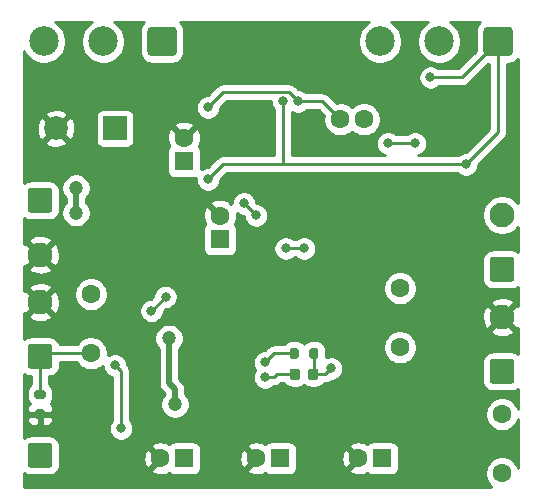
<source format=gbr>
%TF.GenerationSoftware,KiCad,Pcbnew,5.1.9*%
%TF.CreationDate,2021-04-12T02:58:06-04:00*%
%TF.ProjectId,rog_tri-vibe,726f675f-7472-4692-9d76-6962652e6b69,rev?*%
%TF.SameCoordinates,Original*%
%TF.FileFunction,Copper,L2,Bot*%
%TF.FilePolarity,Positive*%
%FSLAX46Y46*%
G04 Gerber Fmt 4.6, Leading zero omitted, Abs format (unit mm)*
G04 Created by KiCad (PCBNEW 5.1.9) date 2021-04-12 02:58:06*
%MOMM*%
%LPD*%
G01*
G04 APERTURE LIST*
%TA.AperFunction,ComponentPad*%
%ADD10C,1.600000*%
%TD*%
%TA.AperFunction,ComponentPad*%
%ADD11R,1.600000X1.600000*%
%TD*%
%TA.AperFunction,ComponentPad*%
%ADD12C,2.500000*%
%TD*%
%TA.AperFunction,ComponentPad*%
%ADD13C,2.100000*%
%TD*%
%TA.AperFunction,ComponentPad*%
%ADD14R,2.000000X2.000000*%
%TD*%
%TA.AperFunction,ComponentPad*%
%ADD15C,2.000000*%
%TD*%
%TA.AperFunction,ViaPad*%
%ADD16C,0.800000*%
%TD*%
%TA.AperFunction,ViaPad*%
%ADD17C,1.200000*%
%TD*%
%TA.AperFunction,Conductor*%
%ADD18C,0.500000*%
%TD*%
%TA.AperFunction,Conductor*%
%ADD19C,0.250000*%
%TD*%
%TA.AperFunction,Conductor*%
%ADD20C,0.254000*%
%TD*%
%TA.AperFunction,Conductor*%
%ADD21C,0.100000*%
%TD*%
G04 APERTURE END LIST*
D10*
%TO.P,C16,2*%
%TO.N,GND*%
X157512000Y-110490000D03*
D11*
%TO.P,C16,1*%
%TO.N,VCC*%
X159512000Y-110490000D03*
%TD*%
%TO.P,RV2,1*%
%TO.N,Vbias*%
%TA.AperFunction,ComponentPad*%
G36*
G01*
X168088000Y-76059000D02*
X168088000Y-74309000D01*
G75*
G02*
X168463000Y-73934000I375000J0D01*
G01*
X170213000Y-73934000D01*
G75*
G02*
X170588000Y-74309000I0J-375000D01*
G01*
X170588000Y-76059000D01*
G75*
G02*
X170213000Y-76434000I-375000J0D01*
G01*
X168463000Y-76434000D01*
G75*
G02*
X168088000Y-76059000I0J375000D01*
G01*
G37*
%TD.AperFunction*%
D12*
%TO.P,RV2,3*%
%TO.N,Net-(D2-Pad2)*%
X159338000Y-75184000D03*
%TO.P,RV2,2*%
%TO.N,Net-(RV2-Pad2)*%
X164338000Y-75184000D03*
%TD*%
%TO.P,RV1,1*%
%TO.N,Net-(R21-Pad1)*%
%TA.AperFunction,ComponentPad*%
G36*
G01*
X139640000Y-76059000D02*
X139640000Y-74309000D01*
G75*
G02*
X140015000Y-73934000I375000J0D01*
G01*
X141765000Y-73934000D01*
G75*
G02*
X142140000Y-74309000I0J-375000D01*
G01*
X142140000Y-76059000D01*
G75*
G02*
X141765000Y-76434000I-375000J0D01*
G01*
X140015000Y-76434000D01*
G75*
G02*
X139640000Y-76059000I0J375000D01*
G01*
G37*
%TD.AperFunction*%
%TO.P,RV1,3*%
%TO.N,Net-(C11-Pad2)*%
X130890000Y-75184000D03*
%TO.P,RV1,2*%
%TO.N,Net-(R21-Pad1)*%
X135890000Y-75184000D03*
%TD*%
%TO.P,R41,2*%
%TO.N,GND*%
%TA.AperFunction,SMDPad,CuDef*%
G36*
G01*
X130281000Y-106343000D02*
X130831000Y-106343000D01*
G75*
G02*
X131031000Y-106543000I0J-200000D01*
G01*
X131031000Y-106943000D01*
G75*
G02*
X130831000Y-107143000I-200000J0D01*
G01*
X130281000Y-107143000D01*
G75*
G02*
X130081000Y-106943000I0J200000D01*
G01*
X130081000Y-106543000D01*
G75*
G02*
X130281000Y-106343000I200000J0D01*
G01*
G37*
%TD.AperFunction*%
%TO.P,R41,1*%
%TO.N,Net-(C15-Pad1)*%
%TA.AperFunction,SMDPad,CuDef*%
G36*
G01*
X130281000Y-104693000D02*
X130831000Y-104693000D01*
G75*
G02*
X131031000Y-104893000I0J-200000D01*
G01*
X131031000Y-105293000D01*
G75*
G02*
X130831000Y-105493000I-200000J0D01*
G01*
X130281000Y-105493000D01*
G75*
G02*
X130081000Y-105293000I0J200000D01*
G01*
X130081000Y-104893000D01*
G75*
G02*
X130281000Y-104693000I200000J0D01*
G01*
G37*
%TD.AperFunction*%
%TD*%
%TO.P,R22,2*%
%TO.N,Net-(C12-Pad2)*%
%TA.AperFunction,SMDPad,CuDef*%
G36*
G01*
X153333000Y-101875000D02*
X153333000Y-101325000D01*
G75*
G02*
X153533000Y-101125000I200000J0D01*
G01*
X153933000Y-101125000D01*
G75*
G02*
X154133000Y-101325000I0J-200000D01*
G01*
X154133000Y-101875000D01*
G75*
G02*
X153933000Y-102075000I-200000J0D01*
G01*
X153533000Y-102075000D01*
G75*
G02*
X153333000Y-101875000I0J200000D01*
G01*
G37*
%TD.AperFunction*%
%TO.P,R22,1*%
%TO.N,Net-(R22-Pad1)*%
%TA.AperFunction,SMDPad,CuDef*%
G36*
G01*
X151683000Y-101875000D02*
X151683000Y-101325000D01*
G75*
G02*
X151883000Y-101125000I200000J0D01*
G01*
X152283000Y-101125000D01*
G75*
G02*
X152483000Y-101325000I0J-200000D01*
G01*
X152483000Y-101875000D01*
G75*
G02*
X152283000Y-102075000I-200000J0D01*
G01*
X151883000Y-102075000D01*
G75*
G02*
X151683000Y-101875000I0J200000D01*
G01*
G37*
%TD.AperFunction*%
%TD*%
%TO.P,J5,1*%
%TO.N,Net-(C15-Pad1)*%
%TA.AperFunction,ComponentPad*%
G36*
G01*
X131356001Y-102904000D02*
X129755999Y-102904000D01*
G75*
G02*
X129506000Y-102654001I0J249999D01*
G01*
X129506000Y-101053999D01*
G75*
G02*
X129755999Y-100804000I249999J0D01*
G01*
X131356001Y-100804000D01*
G75*
G02*
X131606000Y-101053999I0J-249999D01*
G01*
X131606000Y-102654001D01*
G75*
G02*
X131356001Y-102904000I-249999J0D01*
G01*
G37*
%TD.AperFunction*%
D13*
%TO.P,J5,2*%
%TO.N,GND*%
X130556000Y-97254000D03*
%TD*%
%TO.P,J4,1*%
%TO.N,Net-(C18-Pad2)*%
%TA.AperFunction,ComponentPad*%
G36*
G01*
X131356001Y-111286000D02*
X129755999Y-111286000D01*
G75*
G02*
X129506000Y-111036001I0J249999D01*
G01*
X129506000Y-109435999D01*
G75*
G02*
X129755999Y-109186000I249999J0D01*
G01*
X131356001Y-109186000D01*
G75*
G02*
X131606000Y-109435999I0J-249999D01*
G01*
X131606000Y-111036001D01*
G75*
G02*
X131356001Y-111286000I-249999J0D01*
G01*
G37*
%TD.AperFunction*%
%TD*%
%TO.P,J3,1*%
%TO.N,Net-(J3-Pad1)*%
%TA.AperFunction,ComponentPad*%
G36*
G01*
X170472001Y-95538000D02*
X168871999Y-95538000D01*
G75*
G02*
X168622000Y-95288001I0J249999D01*
G01*
X168622000Y-93687999D01*
G75*
G02*
X168871999Y-93438000I249999J0D01*
G01*
X170472001Y-93438000D01*
G75*
G02*
X170722000Y-93687999I0J-249999D01*
G01*
X170722000Y-95288001D01*
G75*
G02*
X170472001Y-95538000I-249999J0D01*
G01*
G37*
%TD.AperFunction*%
%TO.P,J3,2*%
%TO.N,Net-(J3-Pad2)*%
X169672000Y-89888000D03*
%TD*%
%TO.P,J2,2*%
%TO.N,GND*%
X130556000Y-93246000D03*
%TO.P,J2,1*%
%TO.N,Net-(J2-Pad1)*%
%TA.AperFunction,ComponentPad*%
G36*
G01*
X129755999Y-87596000D02*
X131356001Y-87596000D01*
G75*
G02*
X131606000Y-87845999I0J-249999D01*
G01*
X131606000Y-89446001D01*
G75*
G02*
X131356001Y-89696000I-249999J0D01*
G01*
X129755999Y-89696000D01*
G75*
G02*
X129506000Y-89446001I0J249999D01*
G01*
X129506000Y-87845999D01*
G75*
G02*
X129755999Y-87596000I249999J0D01*
G01*
G37*
%TD.AperFunction*%
%TD*%
%TO.P,J1,2*%
%TO.N,GND*%
X169672000Y-98524000D03*
%TO.P,J1,1*%
%TO.N,Net-(C3-Pad2)*%
%TA.AperFunction,ComponentPad*%
G36*
G01*
X170472001Y-104174000D02*
X168871999Y-104174000D01*
G75*
G02*
X168622000Y-103924001I0J249999D01*
G01*
X168622000Y-102323999D01*
G75*
G02*
X168871999Y-102074000I249999J0D01*
G01*
X170472001Y-102074000D01*
G75*
G02*
X170722000Y-102323999I0J-249999D01*
G01*
X170722000Y-103924001D01*
G75*
G02*
X170472001Y-104174000I-249999J0D01*
G01*
G37*
%TD.AperFunction*%
%TD*%
D10*
%TO.P,C15,1*%
%TO.N,Net-(C15-Pad1)*%
X134874000Y-101600000D03*
%TO.P,C15,2*%
%TO.N,Net-(C15-Pad2)*%
X134874000Y-96600000D03*
%TD*%
%TO.P,C12,2*%
%TO.N,Net-(C12-Pad2)*%
%TA.AperFunction,SMDPad,CuDef*%
G36*
G01*
X153233000Y-103628000D02*
X153233000Y-103128000D01*
G75*
G02*
X153458000Y-102903000I225000J0D01*
G01*
X153908000Y-102903000D01*
G75*
G02*
X154133000Y-103128000I0J-225000D01*
G01*
X154133000Y-103628000D01*
G75*
G02*
X153908000Y-103853000I-225000J0D01*
G01*
X153458000Y-103853000D01*
G75*
G02*
X153233000Y-103628000I0J225000D01*
G01*
G37*
%TD.AperFunction*%
%TO.P,C12,1*%
%TO.N,Net-(C12-Pad1)*%
%TA.AperFunction,SMDPad,CuDef*%
G36*
G01*
X151683000Y-103628000D02*
X151683000Y-103128000D01*
G75*
G02*
X151908000Y-102903000I225000J0D01*
G01*
X152358000Y-102903000D01*
G75*
G02*
X152583000Y-103128000I0J-225000D01*
G01*
X152583000Y-103628000D01*
G75*
G02*
X152358000Y-103853000I-225000J0D01*
G01*
X151908000Y-103853000D01*
G75*
G02*
X151683000Y-103628000I0J225000D01*
G01*
G37*
%TD.AperFunction*%
%TD*%
%TO.P,C11,2*%
%TO.N,Net-(C11-Pad2)*%
X155988000Y-81788000D03*
%TO.P,C11,1*%
%TO.N,Net-(C11-Pad1)*%
X157988000Y-81788000D03*
%TD*%
%TO.P,C10,2*%
%TO.N,GND*%
X148876000Y-110490000D03*
D11*
%TO.P,C10,1*%
%TO.N,VCC*%
X150876000Y-110490000D03*
%TD*%
D10*
%TO.P,C8,2*%
%TO.N,GND*%
X142748000Y-83344000D03*
D11*
%TO.P,C8,1*%
%TO.N,VCC*%
X142748000Y-85344000D03*
%TD*%
D10*
%TO.P,C7,1*%
%TO.N,Net-(C7-Pad1)*%
X161036000Y-101092000D03*
%TO.P,C7,2*%
%TO.N,Net-(C17-Pad1)*%
X161036000Y-96092000D03*
%TD*%
%TO.P,C6,2*%
%TO.N,GND*%
X140748000Y-110490000D03*
D11*
%TO.P,C6,1*%
%TO.N,VCC*%
X142748000Y-110490000D03*
%TD*%
D14*
%TO.P,C5,1*%
%TO.N,VCC*%
X136906000Y-82550000D03*
D15*
%TO.P,C5,2*%
%TO.N,GND*%
X131906000Y-82550000D03*
%TD*%
D10*
%TO.P,C3,2*%
%TO.N,Net-(C3-Pad2)*%
X169672000Y-106760000D03*
%TO.P,C3,1*%
%TO.N,Net-(C3-Pad1)*%
X169672000Y-111760000D03*
%TD*%
%TO.P,C1,2*%
%TO.N,GND*%
X145796000Y-89948000D03*
D11*
%TO.P,C1,1*%
%TO.N,Net-(C1-Pad1)*%
X145796000Y-91948000D03*
%TD*%
D16*
%TO.N,GND*%
X138938000Y-89662000D03*
X143256000Y-92456000D03*
X154940000Y-94488000D03*
X146304000Y-97536000D03*
X153416000Y-76962000D03*
X155702000Y-87376000D03*
X150368000Y-90424000D03*
X161290000Y-88138000D03*
X162052000Y-102616000D03*
X159004000Y-101346000D03*
X162052000Y-111252000D03*
X152908000Y-73914000D03*
X167640000Y-88392000D03*
X140462000Y-94488000D03*
X159258000Y-93726000D03*
X163576000Y-93472000D03*
X170434000Y-108712000D03*
X158496000Y-79756000D03*
X161798000Y-74676000D03*
X166624000Y-74676000D03*
X168148000Y-78740000D03*
X168148000Y-82042000D03*
X170434000Y-78740000D03*
X170434000Y-83312000D03*
X142748000Y-102870000D03*
X139192000Y-102870000D03*
X139192000Y-85344000D03*
X163830000Y-98552000D03*
X168148000Y-100838000D03*
X167640000Y-106680000D03*
X134874000Y-112268000D03*
X133604000Y-109220000D03*
X137160000Y-96266000D03*
X129540000Y-103886000D03*
X146558000Y-73914000D03*
X138176000Y-73914000D03*
X133350000Y-73914000D03*
X135128000Y-99060000D03*
D17*
%TO.N,VCC*%
X133604000Y-87596000D03*
X133604000Y-89696000D03*
D16*
X160015347Y-83815347D03*
X162306000Y-83820000D03*
D17*
X141986000Y-105918000D03*
X141478000Y-100330000D03*
D16*
%TO.N,Net-(C11-Pad2)*%
X152400000Y-80264000D03*
X144780000Y-80772000D03*
%TO.N,Net-(C12-Pad2)*%
X155198653Y-102874653D03*
%TO.N,Net-(C12-Pad1)*%
X149606000Y-103632000D03*
%TO.N,Vbias*%
X151358000Y-92710000D03*
X152908000Y-92710000D03*
X151130000Y-80264000D03*
X166624000Y-85598000D03*
X147823347Y-88895347D03*
X148848653Y-89920653D03*
X144780000Y-86868000D03*
X136906000Y-102616000D03*
X137414000Y-107950000D03*
X139987959Y-98010041D03*
X141190041Y-96807959D03*
X163613000Y-78232000D03*
%TO.N,Net-(R22-Pad1)*%
X149606000Y-102362000D03*
%TD*%
D18*
%TO.N,VCC*%
X133604000Y-87596000D02*
X133604000Y-89696000D01*
D19*
X162301347Y-83815347D02*
X162306000Y-83820000D01*
X160015347Y-83815347D02*
X162301347Y-83815347D01*
D18*
X141478000Y-104140000D02*
X141986000Y-104648000D01*
X141986000Y-104648000D02*
X141986000Y-105918000D01*
X141478000Y-100330000D02*
X141478000Y-104140000D01*
D19*
%TO.N,Net-(C11-Pad2)*%
X152400000Y-80264000D02*
X154464000Y-80264000D01*
X154464000Y-80264000D02*
X155988000Y-81788000D01*
X151638000Y-79502000D02*
X152400000Y-80264000D01*
X146050000Y-79502000D02*
X151638000Y-79502000D01*
X144780000Y-80772000D02*
X146050000Y-79502000D01*
%TO.N,Net-(C12-Pad2)*%
X153733000Y-103328000D02*
X153683000Y-103378000D01*
X153733000Y-101600000D02*
X153733000Y-103328000D01*
X154695306Y-103378000D02*
X155198653Y-102874653D01*
X153683000Y-103378000D02*
X154695306Y-103378000D01*
%TO.N,Net-(C12-Pad1)*%
X149606000Y-103632000D02*
X150368000Y-103632000D01*
X150622000Y-103378000D02*
X152133000Y-103378000D01*
X150368000Y-103632000D02*
X150622000Y-103378000D01*
%TO.N,Net-(C15-Pad1)*%
X130556000Y-101854000D02*
X130556000Y-105093000D01*
X130810000Y-101600000D02*
X130556000Y-101854000D01*
X134874000Y-101600000D02*
X130810000Y-101600000D01*
%TO.N,Vbias*%
X151358000Y-92710000D02*
X152908000Y-92710000D01*
X151130000Y-85588694D02*
X151130000Y-80264000D01*
X166614694Y-85588694D02*
X166624000Y-85598000D01*
X151130000Y-85588694D02*
X166614694Y-85588694D01*
X147823347Y-88895347D02*
X148848653Y-89920653D01*
X146059306Y-85588694D02*
X151130000Y-85588694D01*
X144780000Y-86868000D02*
X146059306Y-85588694D01*
X137414000Y-107950000D02*
X137414000Y-103124000D01*
X137414000Y-103124000D02*
X136906000Y-102616000D01*
X139987959Y-98010041D02*
X141190041Y-96807959D01*
X163613000Y-78232000D02*
X166290000Y-78232000D01*
X166290000Y-78232000D02*
X169338000Y-75184000D01*
X169338000Y-82884000D02*
X166624000Y-85598000D01*
X169338000Y-75184000D02*
X169338000Y-82884000D01*
%TO.N,Net-(R22-Pad1)*%
X150368000Y-101600000D02*
X152083000Y-101600000D01*
X149606000Y-102362000D02*
X150368000Y-101600000D01*
%TD*%
D20*
%TO.N,GND*%
X134688382Y-73719825D02*
X134425825Y-73982382D01*
X134219534Y-74291118D01*
X134077439Y-74634166D01*
X134005000Y-74998344D01*
X134005000Y-75369656D01*
X134077439Y-75733834D01*
X134219534Y-76076882D01*
X134425825Y-76385618D01*
X134688382Y-76648175D01*
X134997118Y-76854466D01*
X135340166Y-76996561D01*
X135704344Y-77069000D01*
X136075656Y-77069000D01*
X136439834Y-76996561D01*
X136782882Y-76854466D01*
X137091618Y-76648175D01*
X137354175Y-76385618D01*
X137560466Y-76076882D01*
X137702561Y-75733834D01*
X137775000Y-75369656D01*
X137775000Y-74998344D01*
X137702561Y-74634166D01*
X137560466Y-74291118D01*
X137354175Y-73982382D01*
X137091618Y-73719825D01*
X136849430Y-73558000D01*
X139340871Y-73558000D01*
X139298650Y-73592650D01*
X139172661Y-73746167D01*
X139079044Y-73921314D01*
X139021394Y-74111359D01*
X139001928Y-74309000D01*
X139001928Y-76059000D01*
X139021394Y-76256641D01*
X139079044Y-76446686D01*
X139172661Y-76621833D01*
X139298650Y-76775350D01*
X139452167Y-76901339D01*
X139627314Y-76994956D01*
X139817359Y-77052606D01*
X140015000Y-77072072D01*
X141765000Y-77072072D01*
X141962641Y-77052606D01*
X142152686Y-76994956D01*
X142327833Y-76901339D01*
X142481350Y-76775350D01*
X142607339Y-76621833D01*
X142700956Y-76446686D01*
X142758606Y-76256641D01*
X142778072Y-76059000D01*
X142778072Y-74309000D01*
X142758606Y-74111359D01*
X142700956Y-73921314D01*
X142607339Y-73746167D01*
X142481350Y-73592650D01*
X142439129Y-73558000D01*
X158378570Y-73558000D01*
X158136382Y-73719825D01*
X157873825Y-73982382D01*
X157667534Y-74291118D01*
X157525439Y-74634166D01*
X157453000Y-74998344D01*
X157453000Y-75369656D01*
X157525439Y-75733834D01*
X157667534Y-76076882D01*
X157873825Y-76385618D01*
X158136382Y-76648175D01*
X158445118Y-76854466D01*
X158788166Y-76996561D01*
X159152344Y-77069000D01*
X159523656Y-77069000D01*
X159887834Y-76996561D01*
X160230882Y-76854466D01*
X160539618Y-76648175D01*
X160802175Y-76385618D01*
X161008466Y-76076882D01*
X161150561Y-75733834D01*
X161223000Y-75369656D01*
X161223000Y-74998344D01*
X161150561Y-74634166D01*
X161008466Y-74291118D01*
X160802175Y-73982382D01*
X160539618Y-73719825D01*
X160297430Y-73558000D01*
X163378570Y-73558000D01*
X163136382Y-73719825D01*
X162873825Y-73982382D01*
X162667534Y-74291118D01*
X162525439Y-74634166D01*
X162453000Y-74998344D01*
X162453000Y-75369656D01*
X162525439Y-75733834D01*
X162667534Y-76076882D01*
X162873825Y-76385618D01*
X163136382Y-76648175D01*
X163445118Y-76854466D01*
X163788166Y-76996561D01*
X164152344Y-77069000D01*
X164523656Y-77069000D01*
X164887834Y-76996561D01*
X165230882Y-76854466D01*
X165539618Y-76648175D01*
X165802175Y-76385618D01*
X166008466Y-76076882D01*
X166150561Y-75733834D01*
X166223000Y-75369656D01*
X166223000Y-74998344D01*
X166150561Y-74634166D01*
X166008466Y-74291118D01*
X165802175Y-73982382D01*
X165539618Y-73719825D01*
X165297430Y-73558000D01*
X167788871Y-73558000D01*
X167746650Y-73592650D01*
X167620661Y-73746167D01*
X167527044Y-73921314D01*
X167469394Y-74111359D01*
X167449928Y-74309000D01*
X167449928Y-75997270D01*
X165975199Y-77472000D01*
X164316711Y-77472000D01*
X164272774Y-77428063D01*
X164103256Y-77314795D01*
X163914898Y-77236774D01*
X163714939Y-77197000D01*
X163511061Y-77197000D01*
X163311102Y-77236774D01*
X163122744Y-77314795D01*
X162953226Y-77428063D01*
X162809063Y-77572226D01*
X162695795Y-77741744D01*
X162617774Y-77930102D01*
X162578000Y-78130061D01*
X162578000Y-78333939D01*
X162617774Y-78533898D01*
X162695795Y-78722256D01*
X162809063Y-78891774D01*
X162953226Y-79035937D01*
X163122744Y-79149205D01*
X163311102Y-79227226D01*
X163511061Y-79267000D01*
X163714939Y-79267000D01*
X163914898Y-79227226D01*
X164103256Y-79149205D01*
X164272774Y-79035937D01*
X164316711Y-78992000D01*
X166252678Y-78992000D01*
X166290000Y-78995676D01*
X166327322Y-78992000D01*
X166327333Y-78992000D01*
X166438986Y-78981003D01*
X166582247Y-78937546D01*
X166714276Y-78866974D01*
X166830001Y-78772001D01*
X166853804Y-78742997D01*
X168524730Y-77072072D01*
X168578000Y-77072072D01*
X168578001Y-82569197D01*
X166584199Y-84563000D01*
X166522061Y-84563000D01*
X166322102Y-84602774D01*
X166133744Y-84680795D01*
X165964226Y-84794063D01*
X165929595Y-84828694D01*
X162540189Y-84828694D01*
X162607898Y-84815226D01*
X162796256Y-84737205D01*
X162965774Y-84623937D01*
X163109937Y-84479774D01*
X163223205Y-84310256D01*
X163301226Y-84121898D01*
X163341000Y-83921939D01*
X163341000Y-83718061D01*
X163301226Y-83518102D01*
X163223205Y-83329744D01*
X163109937Y-83160226D01*
X162965774Y-83016063D01*
X162796256Y-82902795D01*
X162607898Y-82824774D01*
X162407939Y-82785000D01*
X162204061Y-82785000D01*
X162004102Y-82824774D01*
X161815744Y-82902795D01*
X161646226Y-83016063D01*
X161606942Y-83055347D01*
X160719058Y-83055347D01*
X160675121Y-83011410D01*
X160505603Y-82898142D01*
X160317245Y-82820121D01*
X160117286Y-82780347D01*
X159913408Y-82780347D01*
X159713449Y-82820121D01*
X159525091Y-82898142D01*
X159355573Y-83011410D01*
X159211410Y-83155573D01*
X159098142Y-83325091D01*
X159020121Y-83513449D01*
X158980347Y-83713408D01*
X158980347Y-83917286D01*
X159020121Y-84117245D01*
X159098142Y-84305603D01*
X159211410Y-84475121D01*
X159355573Y-84619284D01*
X159525091Y-84732552D01*
X159713449Y-84810573D01*
X159804550Y-84828694D01*
X151890000Y-84828694D01*
X151890000Y-81168013D01*
X151909744Y-81181205D01*
X152098102Y-81259226D01*
X152298061Y-81299000D01*
X152501939Y-81299000D01*
X152701898Y-81259226D01*
X152890256Y-81181205D01*
X153059774Y-81067937D01*
X153103711Y-81024000D01*
X154149199Y-81024000D01*
X154589312Y-81464114D01*
X154553000Y-81646665D01*
X154553000Y-81929335D01*
X154608147Y-82206574D01*
X154716320Y-82467727D01*
X154873363Y-82702759D01*
X155073241Y-82902637D01*
X155308273Y-83059680D01*
X155569426Y-83167853D01*
X155846665Y-83223000D01*
X156129335Y-83223000D01*
X156406574Y-83167853D01*
X156667727Y-83059680D01*
X156902759Y-82902637D01*
X156988000Y-82817396D01*
X157073241Y-82902637D01*
X157308273Y-83059680D01*
X157569426Y-83167853D01*
X157846665Y-83223000D01*
X158129335Y-83223000D01*
X158406574Y-83167853D01*
X158667727Y-83059680D01*
X158902759Y-82902637D01*
X159102637Y-82702759D01*
X159259680Y-82467727D01*
X159367853Y-82206574D01*
X159423000Y-81929335D01*
X159423000Y-81646665D01*
X159367853Y-81369426D01*
X159259680Y-81108273D01*
X159102637Y-80873241D01*
X158902759Y-80673363D01*
X158667727Y-80516320D01*
X158406574Y-80408147D01*
X158129335Y-80353000D01*
X157846665Y-80353000D01*
X157569426Y-80408147D01*
X157308273Y-80516320D01*
X157073241Y-80673363D01*
X156988000Y-80758604D01*
X156902759Y-80673363D01*
X156667727Y-80516320D01*
X156406574Y-80408147D01*
X156129335Y-80353000D01*
X155846665Y-80353000D01*
X155664114Y-80389312D01*
X155027803Y-79753002D01*
X155004001Y-79723999D01*
X154888276Y-79629026D01*
X154756247Y-79558454D01*
X154612986Y-79514997D01*
X154501333Y-79504000D01*
X154501322Y-79504000D01*
X154464000Y-79500324D01*
X154426678Y-79504000D01*
X153103711Y-79504000D01*
X153059774Y-79460063D01*
X152890256Y-79346795D01*
X152701898Y-79268774D01*
X152501939Y-79229000D01*
X152439801Y-79229000D01*
X152201803Y-78991002D01*
X152178001Y-78961999D01*
X152062276Y-78867026D01*
X151930247Y-78796454D01*
X151786986Y-78752997D01*
X151675333Y-78742000D01*
X151675322Y-78742000D01*
X151638000Y-78738324D01*
X151600678Y-78742000D01*
X146087322Y-78742000D01*
X146049999Y-78738324D01*
X146012676Y-78742000D01*
X146012667Y-78742000D01*
X145901014Y-78752997D01*
X145757753Y-78796454D01*
X145625724Y-78867026D01*
X145509999Y-78961999D01*
X145486201Y-78990997D01*
X144740199Y-79737000D01*
X144678061Y-79737000D01*
X144478102Y-79776774D01*
X144289744Y-79854795D01*
X144120226Y-79968063D01*
X143976063Y-80112226D01*
X143862795Y-80281744D01*
X143784774Y-80470102D01*
X143745000Y-80670061D01*
X143745000Y-80873939D01*
X143784774Y-81073898D01*
X143862795Y-81262256D01*
X143976063Y-81431774D01*
X144120226Y-81575937D01*
X144289744Y-81689205D01*
X144478102Y-81767226D01*
X144678061Y-81807000D01*
X144881939Y-81807000D01*
X145081898Y-81767226D01*
X145270256Y-81689205D01*
X145439774Y-81575937D01*
X145583937Y-81431774D01*
X145697205Y-81262256D01*
X145775226Y-81073898D01*
X145815000Y-80873939D01*
X145815000Y-80811801D01*
X146364802Y-80262000D01*
X150095000Y-80262000D01*
X150095000Y-80365939D01*
X150134774Y-80565898D01*
X150212795Y-80754256D01*
X150326063Y-80923774D01*
X150370001Y-80967712D01*
X150370000Y-84828694D01*
X146096629Y-84828694D01*
X146059306Y-84825018D01*
X146021983Y-84828694D01*
X146021973Y-84828694D01*
X145910320Y-84839691D01*
X145767059Y-84883148D01*
X145635029Y-84953720D01*
X145551389Y-85022362D01*
X145519305Y-85048693D01*
X145495507Y-85077691D01*
X144740199Y-85833000D01*
X144678061Y-85833000D01*
X144478102Y-85872774D01*
X144289744Y-85950795D01*
X144186072Y-86020066D01*
X144186072Y-84544000D01*
X144173812Y-84419518D01*
X144137502Y-84299820D01*
X144078537Y-84189506D01*
X143999185Y-84092815D01*
X143986242Y-84082193D01*
X144105571Y-83830004D01*
X144174300Y-83555816D01*
X144188217Y-83273488D01*
X144146787Y-82993870D01*
X144051603Y-82727708D01*
X143984671Y-82602486D01*
X143740702Y-82530903D01*
X142927605Y-83344000D01*
X142941748Y-83358143D01*
X142762143Y-83537748D01*
X142748000Y-83523605D01*
X142733858Y-83537748D01*
X142554253Y-83358143D01*
X142568395Y-83344000D01*
X141755298Y-82530903D01*
X141511329Y-82602486D01*
X141390429Y-82857996D01*
X141321700Y-83132184D01*
X141307783Y-83414512D01*
X141349213Y-83694130D01*
X141444397Y-83960292D01*
X141509616Y-84082309D01*
X141496815Y-84092815D01*
X141417463Y-84189506D01*
X141358498Y-84299820D01*
X141322188Y-84419518D01*
X141309928Y-84544000D01*
X141309928Y-86144000D01*
X141322188Y-86268482D01*
X141358498Y-86388180D01*
X141417463Y-86498494D01*
X141496815Y-86595185D01*
X141593506Y-86674537D01*
X141703820Y-86733502D01*
X141823518Y-86769812D01*
X141948000Y-86782072D01*
X143548000Y-86782072D01*
X143672482Y-86769812D01*
X143748863Y-86746642D01*
X143745000Y-86766061D01*
X143745000Y-86969939D01*
X143784774Y-87169898D01*
X143862795Y-87358256D01*
X143976063Y-87527774D01*
X144120226Y-87671937D01*
X144289744Y-87785205D01*
X144478102Y-87863226D01*
X144678061Y-87903000D01*
X144881939Y-87903000D01*
X145081898Y-87863226D01*
X145270256Y-87785205D01*
X145439774Y-87671937D01*
X145583937Y-87527774D01*
X145697205Y-87358256D01*
X145775226Y-87169898D01*
X145815000Y-86969939D01*
X145815000Y-86907801D01*
X146374108Y-86348694D01*
X151092667Y-86348694D01*
X151130000Y-86352371D01*
X151167333Y-86348694D01*
X165910983Y-86348694D01*
X165964226Y-86401937D01*
X166133744Y-86515205D01*
X166322102Y-86593226D01*
X166522061Y-86633000D01*
X166725939Y-86633000D01*
X166925898Y-86593226D01*
X167114256Y-86515205D01*
X167283774Y-86401937D01*
X167427937Y-86257774D01*
X167541205Y-86088256D01*
X167619226Y-85899898D01*
X167659000Y-85699939D01*
X167659000Y-85637801D01*
X169849003Y-83447799D01*
X169878001Y-83424001D01*
X169972974Y-83308276D01*
X170043546Y-83176247D01*
X170087003Y-83032986D01*
X170098000Y-82921333D01*
X170101677Y-82884000D01*
X170098000Y-82846667D01*
X170098000Y-77072072D01*
X170213000Y-77072072D01*
X170410641Y-77052606D01*
X170600686Y-76994956D01*
X170775833Y-76901339D01*
X170929350Y-76775350D01*
X171044001Y-76635648D01*
X171044001Y-88908424D01*
X170980825Y-88813875D01*
X170746125Y-88579175D01*
X170470147Y-88394772D01*
X170163496Y-88267754D01*
X169837958Y-88203000D01*
X169506042Y-88203000D01*
X169180504Y-88267754D01*
X168873853Y-88394772D01*
X168597875Y-88579175D01*
X168363175Y-88813875D01*
X168178772Y-89089853D01*
X168051754Y-89396504D01*
X167987000Y-89722042D01*
X167987000Y-90053958D01*
X168051754Y-90379496D01*
X168178772Y-90686147D01*
X168363175Y-90962125D01*
X168597875Y-91196825D01*
X168873853Y-91381228D01*
X169180504Y-91508246D01*
X169506042Y-91573000D01*
X169837958Y-91573000D01*
X170163496Y-91508246D01*
X170470147Y-91381228D01*
X170746125Y-91196825D01*
X170980825Y-90962125D01*
X171044001Y-90867576D01*
X171044001Y-93014112D01*
X170965387Y-92949595D01*
X170811851Y-92867528D01*
X170645255Y-92816992D01*
X170472001Y-92799928D01*
X168871999Y-92799928D01*
X168698745Y-92816992D01*
X168532149Y-92867528D01*
X168378613Y-92949595D01*
X168244038Y-93060038D01*
X168133595Y-93194613D01*
X168051528Y-93348149D01*
X168000992Y-93514745D01*
X167983928Y-93687999D01*
X167983928Y-95288001D01*
X168000992Y-95461255D01*
X168051528Y-95627851D01*
X168133595Y-95781387D01*
X168244038Y-95915962D01*
X168378613Y-96026405D01*
X168532149Y-96108472D01*
X168698745Y-96159008D01*
X168871999Y-96176072D01*
X170472001Y-96176072D01*
X170645255Y-96159008D01*
X170811851Y-96108472D01*
X170965387Y-96026405D01*
X171044000Y-95961889D01*
X171044000Y-97608436D01*
X170843066Y-97532539D01*
X169851605Y-98524000D01*
X170843066Y-99515461D01*
X171044000Y-99439564D01*
X171044000Y-101650111D01*
X170965387Y-101585595D01*
X170811851Y-101503528D01*
X170645255Y-101452992D01*
X170472001Y-101435928D01*
X168871999Y-101435928D01*
X168698745Y-101452992D01*
X168532149Y-101503528D01*
X168378613Y-101585595D01*
X168244038Y-101696038D01*
X168133595Y-101830613D01*
X168051528Y-101984149D01*
X168000992Y-102150745D01*
X167983928Y-102323999D01*
X167983928Y-103924001D01*
X168000992Y-104097255D01*
X168051528Y-104263851D01*
X168133595Y-104417387D01*
X168244038Y-104551962D01*
X168378613Y-104662405D01*
X168532149Y-104744472D01*
X168698745Y-104795008D01*
X168871999Y-104812072D01*
X170472001Y-104812072D01*
X170645255Y-104795008D01*
X170811851Y-104744472D01*
X170965387Y-104662405D01*
X171044000Y-104597889D01*
X171044000Y-106322468D01*
X170943680Y-106080273D01*
X170786637Y-105845241D01*
X170586759Y-105645363D01*
X170351727Y-105488320D01*
X170090574Y-105380147D01*
X169813335Y-105325000D01*
X169530665Y-105325000D01*
X169253426Y-105380147D01*
X168992273Y-105488320D01*
X168757241Y-105645363D01*
X168557363Y-105845241D01*
X168400320Y-106080273D01*
X168292147Y-106341426D01*
X168237000Y-106618665D01*
X168237000Y-106901335D01*
X168292147Y-107178574D01*
X168400320Y-107439727D01*
X168557363Y-107674759D01*
X168757241Y-107874637D01*
X168992273Y-108031680D01*
X169253426Y-108139853D01*
X169530665Y-108195000D01*
X169813335Y-108195000D01*
X170090574Y-108139853D01*
X170351727Y-108031680D01*
X170586759Y-107874637D01*
X170786637Y-107674759D01*
X170943680Y-107439727D01*
X171044000Y-107197532D01*
X171044000Y-111322467D01*
X170943680Y-111080273D01*
X170786637Y-110845241D01*
X170586759Y-110645363D01*
X170351727Y-110488320D01*
X170090574Y-110380147D01*
X169813335Y-110325000D01*
X169530665Y-110325000D01*
X169253426Y-110380147D01*
X168992273Y-110488320D01*
X168757241Y-110645363D01*
X168557363Y-110845241D01*
X168400320Y-111080273D01*
X168292147Y-111341426D01*
X168237000Y-111618665D01*
X168237000Y-111901335D01*
X168292147Y-112178574D01*
X168400320Y-112439727D01*
X168557363Y-112674759D01*
X168757241Y-112874637D01*
X168762274Y-112878000D01*
X129184000Y-112878000D01*
X129184000Y-111709889D01*
X129262613Y-111774405D01*
X129416149Y-111856472D01*
X129582745Y-111907008D01*
X129755999Y-111924072D01*
X131356001Y-111924072D01*
X131529255Y-111907008D01*
X131695851Y-111856472D01*
X131849387Y-111774405D01*
X131983962Y-111663962D01*
X132094405Y-111529387D01*
X132176472Y-111375851D01*
X132227008Y-111209255D01*
X132244072Y-111036001D01*
X132244072Y-110560512D01*
X139307783Y-110560512D01*
X139349213Y-110840130D01*
X139444397Y-111106292D01*
X139511329Y-111231514D01*
X139755298Y-111303097D01*
X140568395Y-110490000D01*
X139755298Y-109676903D01*
X139511329Y-109748486D01*
X139390429Y-110003996D01*
X139321700Y-110278184D01*
X139307783Y-110560512D01*
X132244072Y-110560512D01*
X132244072Y-109497298D01*
X139934903Y-109497298D01*
X140748000Y-110310395D01*
X140762143Y-110296253D01*
X140941748Y-110475858D01*
X140927605Y-110490000D01*
X140941748Y-110504143D01*
X140762143Y-110683748D01*
X140748000Y-110669605D01*
X139934903Y-111482702D01*
X140006486Y-111726671D01*
X140261996Y-111847571D01*
X140536184Y-111916300D01*
X140818512Y-111930217D01*
X141098130Y-111888787D01*
X141364292Y-111793603D01*
X141486309Y-111728384D01*
X141496815Y-111741185D01*
X141593506Y-111820537D01*
X141703820Y-111879502D01*
X141823518Y-111915812D01*
X141948000Y-111928072D01*
X143548000Y-111928072D01*
X143672482Y-111915812D01*
X143792180Y-111879502D01*
X143902494Y-111820537D01*
X143999185Y-111741185D01*
X144078537Y-111644494D01*
X144137502Y-111534180D01*
X144173812Y-111414482D01*
X144186072Y-111290000D01*
X144186072Y-110560512D01*
X147435783Y-110560512D01*
X147477213Y-110840130D01*
X147572397Y-111106292D01*
X147639329Y-111231514D01*
X147883298Y-111303097D01*
X148696395Y-110490000D01*
X147883298Y-109676903D01*
X147639329Y-109748486D01*
X147518429Y-110003996D01*
X147449700Y-110278184D01*
X147435783Y-110560512D01*
X144186072Y-110560512D01*
X144186072Y-109690000D01*
X144173812Y-109565518D01*
X144153118Y-109497298D01*
X148062903Y-109497298D01*
X148876000Y-110310395D01*
X148890143Y-110296253D01*
X149069748Y-110475858D01*
X149055605Y-110490000D01*
X149069748Y-110504143D01*
X148890143Y-110683748D01*
X148876000Y-110669605D01*
X148062903Y-111482702D01*
X148134486Y-111726671D01*
X148389996Y-111847571D01*
X148664184Y-111916300D01*
X148946512Y-111930217D01*
X149226130Y-111888787D01*
X149492292Y-111793603D01*
X149614309Y-111728384D01*
X149624815Y-111741185D01*
X149721506Y-111820537D01*
X149831820Y-111879502D01*
X149951518Y-111915812D01*
X150076000Y-111928072D01*
X151676000Y-111928072D01*
X151800482Y-111915812D01*
X151920180Y-111879502D01*
X152030494Y-111820537D01*
X152127185Y-111741185D01*
X152206537Y-111644494D01*
X152265502Y-111534180D01*
X152301812Y-111414482D01*
X152314072Y-111290000D01*
X152314072Y-110560512D01*
X156071783Y-110560512D01*
X156113213Y-110840130D01*
X156208397Y-111106292D01*
X156275329Y-111231514D01*
X156519298Y-111303097D01*
X157332395Y-110490000D01*
X156519298Y-109676903D01*
X156275329Y-109748486D01*
X156154429Y-110003996D01*
X156085700Y-110278184D01*
X156071783Y-110560512D01*
X152314072Y-110560512D01*
X152314072Y-109690000D01*
X152301812Y-109565518D01*
X152281118Y-109497298D01*
X156698903Y-109497298D01*
X157512000Y-110310395D01*
X157526143Y-110296253D01*
X157705748Y-110475858D01*
X157691605Y-110490000D01*
X157705748Y-110504143D01*
X157526143Y-110683748D01*
X157512000Y-110669605D01*
X156698903Y-111482702D01*
X156770486Y-111726671D01*
X157025996Y-111847571D01*
X157300184Y-111916300D01*
X157582512Y-111930217D01*
X157862130Y-111888787D01*
X158128292Y-111793603D01*
X158250309Y-111728384D01*
X158260815Y-111741185D01*
X158357506Y-111820537D01*
X158467820Y-111879502D01*
X158587518Y-111915812D01*
X158712000Y-111928072D01*
X160312000Y-111928072D01*
X160436482Y-111915812D01*
X160556180Y-111879502D01*
X160666494Y-111820537D01*
X160763185Y-111741185D01*
X160842537Y-111644494D01*
X160901502Y-111534180D01*
X160937812Y-111414482D01*
X160950072Y-111290000D01*
X160950072Y-109690000D01*
X160937812Y-109565518D01*
X160901502Y-109445820D01*
X160842537Y-109335506D01*
X160763185Y-109238815D01*
X160666494Y-109159463D01*
X160556180Y-109100498D01*
X160436482Y-109064188D01*
X160312000Y-109051928D01*
X158712000Y-109051928D01*
X158587518Y-109064188D01*
X158467820Y-109100498D01*
X158357506Y-109159463D01*
X158260815Y-109238815D01*
X158250193Y-109251758D01*
X157998004Y-109132429D01*
X157723816Y-109063700D01*
X157441488Y-109049783D01*
X157161870Y-109091213D01*
X156895708Y-109186397D01*
X156770486Y-109253329D01*
X156698903Y-109497298D01*
X152281118Y-109497298D01*
X152265502Y-109445820D01*
X152206537Y-109335506D01*
X152127185Y-109238815D01*
X152030494Y-109159463D01*
X151920180Y-109100498D01*
X151800482Y-109064188D01*
X151676000Y-109051928D01*
X150076000Y-109051928D01*
X149951518Y-109064188D01*
X149831820Y-109100498D01*
X149721506Y-109159463D01*
X149624815Y-109238815D01*
X149614193Y-109251758D01*
X149362004Y-109132429D01*
X149087816Y-109063700D01*
X148805488Y-109049783D01*
X148525870Y-109091213D01*
X148259708Y-109186397D01*
X148134486Y-109253329D01*
X148062903Y-109497298D01*
X144153118Y-109497298D01*
X144137502Y-109445820D01*
X144078537Y-109335506D01*
X143999185Y-109238815D01*
X143902494Y-109159463D01*
X143792180Y-109100498D01*
X143672482Y-109064188D01*
X143548000Y-109051928D01*
X141948000Y-109051928D01*
X141823518Y-109064188D01*
X141703820Y-109100498D01*
X141593506Y-109159463D01*
X141496815Y-109238815D01*
X141486193Y-109251758D01*
X141234004Y-109132429D01*
X140959816Y-109063700D01*
X140677488Y-109049783D01*
X140397870Y-109091213D01*
X140131708Y-109186397D01*
X140006486Y-109253329D01*
X139934903Y-109497298D01*
X132244072Y-109497298D01*
X132244072Y-109435999D01*
X132227008Y-109262745D01*
X132176472Y-109096149D01*
X132094405Y-108942613D01*
X131983962Y-108808038D01*
X131849387Y-108697595D01*
X131695851Y-108615528D01*
X131529255Y-108564992D01*
X131356001Y-108547928D01*
X129755999Y-108547928D01*
X129582745Y-108564992D01*
X129416149Y-108615528D01*
X129262613Y-108697595D01*
X129184000Y-108762111D01*
X129184000Y-107143000D01*
X129442928Y-107143000D01*
X129455188Y-107267482D01*
X129491498Y-107387180D01*
X129550463Y-107497494D01*
X129629815Y-107594185D01*
X129726506Y-107673537D01*
X129836820Y-107732502D01*
X129956518Y-107768812D01*
X130081000Y-107781072D01*
X130270250Y-107778000D01*
X130429000Y-107619250D01*
X130429000Y-106870000D01*
X130683000Y-106870000D01*
X130683000Y-107619250D01*
X130841750Y-107778000D01*
X131031000Y-107781072D01*
X131155482Y-107768812D01*
X131275180Y-107732502D01*
X131385494Y-107673537D01*
X131482185Y-107594185D01*
X131561537Y-107497494D01*
X131620502Y-107387180D01*
X131656812Y-107267482D01*
X131669072Y-107143000D01*
X131666000Y-107028750D01*
X131507250Y-106870000D01*
X130683000Y-106870000D01*
X130429000Y-106870000D01*
X129604750Y-106870000D01*
X129446000Y-107028750D01*
X129442928Y-107143000D01*
X129184000Y-107143000D01*
X129184000Y-103327889D01*
X129262613Y-103392405D01*
X129416149Y-103474472D01*
X129582745Y-103525008D01*
X129755999Y-103542072D01*
X129796001Y-103542072D01*
X129796001Y-104212083D01*
X129688394Y-104300394D01*
X129584169Y-104427392D01*
X129506722Y-104572284D01*
X129459031Y-104729500D01*
X129442928Y-104893000D01*
X129442928Y-105293000D01*
X129459031Y-105456500D01*
X129506722Y-105613716D01*
X129584169Y-105758608D01*
X129667863Y-105860590D01*
X129629815Y-105891815D01*
X129550463Y-105988506D01*
X129491498Y-106098820D01*
X129455188Y-106218518D01*
X129442928Y-106343000D01*
X129446000Y-106457250D01*
X129604750Y-106616000D01*
X130429000Y-106616000D01*
X130429000Y-106596000D01*
X130683000Y-106596000D01*
X130683000Y-106616000D01*
X131507250Y-106616000D01*
X131666000Y-106457250D01*
X131669072Y-106343000D01*
X131656812Y-106218518D01*
X131620502Y-106098820D01*
X131561537Y-105988506D01*
X131482185Y-105891815D01*
X131444137Y-105860590D01*
X131527831Y-105758608D01*
X131605278Y-105613716D01*
X131652969Y-105456500D01*
X131669072Y-105293000D01*
X131669072Y-104893000D01*
X131652969Y-104729500D01*
X131605278Y-104572284D01*
X131527831Y-104427392D01*
X131423606Y-104300394D01*
X131316000Y-104212084D01*
X131316000Y-103542072D01*
X131356001Y-103542072D01*
X131529255Y-103525008D01*
X131695851Y-103474472D01*
X131849387Y-103392405D01*
X131983962Y-103281962D01*
X132094405Y-103147387D01*
X132176472Y-102993851D01*
X132227008Y-102827255D01*
X132244072Y-102654001D01*
X132244072Y-102360000D01*
X133655957Y-102360000D01*
X133759363Y-102514759D01*
X133959241Y-102714637D01*
X134194273Y-102871680D01*
X134455426Y-102979853D01*
X134732665Y-103035000D01*
X135015335Y-103035000D01*
X135292574Y-102979853D01*
X135553727Y-102871680D01*
X135788759Y-102714637D01*
X135871000Y-102632396D01*
X135871000Y-102717939D01*
X135910774Y-102917898D01*
X135988795Y-103106256D01*
X136102063Y-103275774D01*
X136246226Y-103419937D01*
X136415744Y-103533205D01*
X136604102Y-103611226D01*
X136654001Y-103621151D01*
X136654000Y-107246289D01*
X136610063Y-107290226D01*
X136496795Y-107459744D01*
X136418774Y-107648102D01*
X136379000Y-107848061D01*
X136379000Y-108051939D01*
X136418774Y-108251898D01*
X136496795Y-108440256D01*
X136610063Y-108609774D01*
X136754226Y-108753937D01*
X136923744Y-108867205D01*
X137112102Y-108945226D01*
X137312061Y-108985000D01*
X137515939Y-108985000D01*
X137715898Y-108945226D01*
X137904256Y-108867205D01*
X138073774Y-108753937D01*
X138217937Y-108609774D01*
X138331205Y-108440256D01*
X138409226Y-108251898D01*
X138449000Y-108051939D01*
X138449000Y-107848061D01*
X138409226Y-107648102D01*
X138331205Y-107459744D01*
X138217937Y-107290226D01*
X138174000Y-107246289D01*
X138174000Y-103161322D01*
X138177676Y-103123999D01*
X138174000Y-103086676D01*
X138174000Y-103086667D01*
X138163003Y-102975014D01*
X138119546Y-102831753D01*
X138048974Y-102699724D01*
X137954001Y-102583999D01*
X137941000Y-102573329D01*
X137941000Y-102514061D01*
X137901226Y-102314102D01*
X137823205Y-102125744D01*
X137709937Y-101956226D01*
X137565774Y-101812063D01*
X137396256Y-101698795D01*
X137207898Y-101620774D01*
X137007939Y-101581000D01*
X136804061Y-101581000D01*
X136604102Y-101620774D01*
X136415744Y-101698795D01*
X136302397Y-101774531D01*
X136309000Y-101741335D01*
X136309000Y-101458665D01*
X136253853Y-101181426D01*
X136145680Y-100920273D01*
X135988637Y-100685241D01*
X135788759Y-100485363D01*
X135553727Y-100328320D01*
X135292574Y-100220147D01*
X135233333Y-100208363D01*
X140243000Y-100208363D01*
X140243000Y-100451637D01*
X140290460Y-100690236D01*
X140383557Y-100914992D01*
X140518713Y-101117267D01*
X140593000Y-101191554D01*
X140593001Y-104096521D01*
X140588719Y-104140000D01*
X140605805Y-104313490D01*
X140656412Y-104480313D01*
X140738590Y-104634059D01*
X140821468Y-104735046D01*
X140821471Y-104735049D01*
X140849184Y-104768817D01*
X140882952Y-104796530D01*
X141101000Y-105014578D01*
X141101000Y-105056446D01*
X141026713Y-105130733D01*
X140891557Y-105333008D01*
X140798460Y-105557764D01*
X140751000Y-105796363D01*
X140751000Y-106039637D01*
X140798460Y-106278236D01*
X140891557Y-106502992D01*
X141026713Y-106705267D01*
X141198733Y-106877287D01*
X141401008Y-107012443D01*
X141625764Y-107105540D01*
X141864363Y-107153000D01*
X142107637Y-107153000D01*
X142346236Y-107105540D01*
X142570992Y-107012443D01*
X142773267Y-106877287D01*
X142945287Y-106705267D01*
X143080443Y-106502992D01*
X143173540Y-106278236D01*
X143221000Y-106039637D01*
X143221000Y-105796363D01*
X143173540Y-105557764D01*
X143080443Y-105333008D01*
X142945287Y-105130733D01*
X142871000Y-105056446D01*
X142871000Y-104691465D01*
X142875281Y-104647999D01*
X142871000Y-104604533D01*
X142871000Y-104604523D01*
X142858195Y-104474510D01*
X142807589Y-104307687D01*
X142725411Y-104153941D01*
X142614817Y-104019183D01*
X142581045Y-103991467D01*
X142363000Y-103773422D01*
X142363000Y-102260061D01*
X148571000Y-102260061D01*
X148571000Y-102463939D01*
X148610774Y-102663898D01*
X148688795Y-102852256D01*
X148785510Y-102997000D01*
X148688795Y-103141744D01*
X148610774Y-103330102D01*
X148571000Y-103530061D01*
X148571000Y-103733939D01*
X148610774Y-103933898D01*
X148688795Y-104122256D01*
X148802063Y-104291774D01*
X148946226Y-104435937D01*
X149115744Y-104549205D01*
X149304102Y-104627226D01*
X149504061Y-104667000D01*
X149707939Y-104667000D01*
X149907898Y-104627226D01*
X150096256Y-104549205D01*
X150265774Y-104435937D01*
X150309711Y-104392000D01*
X150330678Y-104392000D01*
X150368000Y-104395676D01*
X150405322Y-104392000D01*
X150405333Y-104392000D01*
X150516986Y-104381003D01*
X150660247Y-104337546D01*
X150792276Y-104266974D01*
X150908001Y-104172001D01*
X150931804Y-104142997D01*
X150936801Y-104138000D01*
X151215415Y-104138000D01*
X151297716Y-104238284D01*
X151428503Y-104345618D01*
X151577717Y-104425375D01*
X151739623Y-104474488D01*
X151908000Y-104491072D01*
X152358000Y-104491072D01*
X152526377Y-104474488D01*
X152688283Y-104425375D01*
X152837497Y-104345618D01*
X152908000Y-104287758D01*
X152978503Y-104345618D01*
X153127717Y-104425375D01*
X153289623Y-104474488D01*
X153458000Y-104491072D01*
X153908000Y-104491072D01*
X154076377Y-104474488D01*
X154238283Y-104425375D01*
X154387497Y-104345618D01*
X154518284Y-104238284D01*
X154600585Y-104138000D01*
X154657984Y-104138000D01*
X154695306Y-104141676D01*
X154732628Y-104138000D01*
X154732639Y-104138000D01*
X154844292Y-104127003D01*
X154987553Y-104083546D01*
X155119582Y-104012974D01*
X155235307Y-103918001D01*
X155242158Y-103909653D01*
X155300592Y-103909653D01*
X155500551Y-103869879D01*
X155688909Y-103791858D01*
X155858427Y-103678590D01*
X156002590Y-103534427D01*
X156115858Y-103364909D01*
X156193879Y-103176551D01*
X156233653Y-102976592D01*
X156233653Y-102772714D01*
X156193879Y-102572755D01*
X156115858Y-102384397D01*
X156002590Y-102214879D01*
X155858427Y-102070716D01*
X155688909Y-101957448D01*
X155500551Y-101879427D01*
X155300592Y-101839653D01*
X155096714Y-101839653D01*
X154896755Y-101879427D01*
X154765272Y-101933889D01*
X154771072Y-101875000D01*
X154771072Y-101325000D01*
X154754969Y-101161500D01*
X154707278Y-101004284D01*
X154678618Y-100950665D01*
X159601000Y-100950665D01*
X159601000Y-101233335D01*
X159656147Y-101510574D01*
X159764320Y-101771727D01*
X159921363Y-102006759D01*
X160121241Y-102206637D01*
X160356273Y-102363680D01*
X160617426Y-102471853D01*
X160894665Y-102527000D01*
X161177335Y-102527000D01*
X161454574Y-102471853D01*
X161715727Y-102363680D01*
X161950759Y-102206637D01*
X162150637Y-102006759D01*
X162307680Y-101771727D01*
X162415853Y-101510574D01*
X162471000Y-101233335D01*
X162471000Y-100950665D01*
X162415853Y-100673426D01*
X162307680Y-100412273D01*
X162150637Y-100177241D01*
X161950759Y-99977363D01*
X161715727Y-99820320D01*
X161454574Y-99712147D01*
X161368704Y-99695066D01*
X168680539Y-99695066D01*
X168782339Y-99964579D01*
X169080477Y-100110463D01*
X169401346Y-100195380D01*
X169732617Y-100216066D01*
X170061557Y-100171728D01*
X170375527Y-100064069D01*
X170561661Y-99964579D01*
X170663461Y-99695066D01*
X169672000Y-98703605D01*
X168680539Y-99695066D01*
X161368704Y-99695066D01*
X161177335Y-99657000D01*
X160894665Y-99657000D01*
X160617426Y-99712147D01*
X160356273Y-99820320D01*
X160121241Y-99977363D01*
X159921363Y-100177241D01*
X159764320Y-100412273D01*
X159656147Y-100673426D01*
X159601000Y-100950665D01*
X154678618Y-100950665D01*
X154629831Y-100859392D01*
X154525606Y-100732394D01*
X154398608Y-100628169D01*
X154253716Y-100550722D01*
X154096500Y-100503031D01*
X153933000Y-100486928D01*
X153533000Y-100486928D01*
X153369500Y-100503031D01*
X153212284Y-100550722D01*
X153067392Y-100628169D01*
X152940394Y-100732394D01*
X152908000Y-100771866D01*
X152875606Y-100732394D01*
X152748608Y-100628169D01*
X152603716Y-100550722D01*
X152446500Y-100503031D01*
X152283000Y-100486928D01*
X151883000Y-100486928D01*
X151719500Y-100503031D01*
X151562284Y-100550722D01*
X151417392Y-100628169D01*
X151290394Y-100732394D01*
X151202084Y-100840000D01*
X150405325Y-100840000D01*
X150368000Y-100836324D01*
X150330675Y-100840000D01*
X150330667Y-100840000D01*
X150219014Y-100850997D01*
X150075753Y-100894454D01*
X149943724Y-100965026D01*
X149827999Y-101059999D01*
X149804201Y-101088998D01*
X149566198Y-101327000D01*
X149504061Y-101327000D01*
X149304102Y-101366774D01*
X149115744Y-101444795D01*
X148946226Y-101558063D01*
X148802063Y-101702226D01*
X148688795Y-101871744D01*
X148610774Y-102060102D01*
X148571000Y-102260061D01*
X142363000Y-102260061D01*
X142363000Y-101191554D01*
X142437287Y-101117267D01*
X142572443Y-100914992D01*
X142665540Y-100690236D01*
X142713000Y-100451637D01*
X142713000Y-100208363D01*
X142665540Y-99969764D01*
X142572443Y-99745008D01*
X142437287Y-99542733D01*
X142265267Y-99370713D01*
X142062992Y-99235557D01*
X141838236Y-99142460D01*
X141599637Y-99095000D01*
X141356363Y-99095000D01*
X141117764Y-99142460D01*
X140893008Y-99235557D01*
X140690733Y-99370713D01*
X140518713Y-99542733D01*
X140383557Y-99745008D01*
X140290460Y-99969764D01*
X140243000Y-100208363D01*
X135233333Y-100208363D01*
X135015335Y-100165000D01*
X134732665Y-100165000D01*
X134455426Y-100220147D01*
X134194273Y-100328320D01*
X133959241Y-100485363D01*
X133759363Y-100685241D01*
X133655957Y-100840000D01*
X132214648Y-100840000D01*
X132176472Y-100714149D01*
X132094405Y-100560613D01*
X131983962Y-100426038D01*
X131849387Y-100315595D01*
X131695851Y-100233528D01*
X131529255Y-100182992D01*
X131356001Y-100165928D01*
X129755999Y-100165928D01*
X129582745Y-100182992D01*
X129416149Y-100233528D01*
X129262613Y-100315595D01*
X129184000Y-100380111D01*
X129184000Y-98425066D01*
X129564539Y-98425066D01*
X129666339Y-98694579D01*
X129964477Y-98840463D01*
X130285346Y-98925380D01*
X130616617Y-98946066D01*
X130945557Y-98901728D01*
X131259527Y-98794069D01*
X131445661Y-98694579D01*
X131547461Y-98425066D01*
X130556000Y-97433605D01*
X129564539Y-98425066D01*
X129184000Y-98425066D01*
X129184000Y-98169565D01*
X129384934Y-98245461D01*
X130376395Y-97254000D01*
X130735605Y-97254000D01*
X131727066Y-98245461D01*
X131996579Y-98143661D01*
X132142463Y-97845523D01*
X132227380Y-97524654D01*
X132248066Y-97193383D01*
X132203728Y-96864443D01*
X132096069Y-96550473D01*
X132046997Y-96458665D01*
X133439000Y-96458665D01*
X133439000Y-96741335D01*
X133494147Y-97018574D01*
X133602320Y-97279727D01*
X133759363Y-97514759D01*
X133959241Y-97714637D01*
X134194273Y-97871680D01*
X134455426Y-97979853D01*
X134732665Y-98035000D01*
X135015335Y-98035000D01*
X135292574Y-97979853D01*
X135465796Y-97908102D01*
X138952959Y-97908102D01*
X138952959Y-98111980D01*
X138992733Y-98311939D01*
X139070754Y-98500297D01*
X139184022Y-98669815D01*
X139328185Y-98813978D01*
X139497703Y-98927246D01*
X139686061Y-99005267D01*
X139886020Y-99045041D01*
X140089898Y-99045041D01*
X140289857Y-99005267D01*
X140478215Y-98927246D01*
X140647733Y-98813978D01*
X140791896Y-98669815D01*
X140848823Y-98584617D01*
X167979934Y-98584617D01*
X168024272Y-98913557D01*
X168131931Y-99227527D01*
X168231421Y-99413661D01*
X168500934Y-99515461D01*
X169492395Y-98524000D01*
X168500934Y-97532539D01*
X168231421Y-97634339D01*
X168085537Y-97932477D01*
X168000620Y-98253346D01*
X167979934Y-98584617D01*
X140848823Y-98584617D01*
X140905164Y-98500297D01*
X140983185Y-98311939D01*
X141022959Y-98111980D01*
X141022959Y-98049842D01*
X141229843Y-97842959D01*
X141291980Y-97842959D01*
X141491939Y-97803185D01*
X141680297Y-97725164D01*
X141849815Y-97611896D01*
X141993978Y-97467733D01*
X142107246Y-97298215D01*
X142185267Y-97109857D01*
X142225041Y-96909898D01*
X142225041Y-96706020D01*
X142185267Y-96506061D01*
X142107246Y-96317703D01*
X141993978Y-96148185D01*
X141849815Y-96004022D01*
X141769961Y-95950665D01*
X159601000Y-95950665D01*
X159601000Y-96233335D01*
X159656147Y-96510574D01*
X159764320Y-96771727D01*
X159921363Y-97006759D01*
X160121241Y-97206637D01*
X160356273Y-97363680D01*
X160617426Y-97471853D01*
X160894665Y-97527000D01*
X161177335Y-97527000D01*
X161454574Y-97471853D01*
X161715727Y-97363680D01*
X161731809Y-97352934D01*
X168680539Y-97352934D01*
X169672000Y-98344395D01*
X170663461Y-97352934D01*
X170561661Y-97083421D01*
X170263523Y-96937537D01*
X169942654Y-96852620D01*
X169611383Y-96831934D01*
X169282443Y-96876272D01*
X168968473Y-96983931D01*
X168782339Y-97083421D01*
X168680539Y-97352934D01*
X161731809Y-97352934D01*
X161950759Y-97206637D01*
X162150637Y-97006759D01*
X162307680Y-96771727D01*
X162415853Y-96510574D01*
X162471000Y-96233335D01*
X162471000Y-95950665D01*
X162415853Y-95673426D01*
X162307680Y-95412273D01*
X162150637Y-95177241D01*
X161950759Y-94977363D01*
X161715727Y-94820320D01*
X161454574Y-94712147D01*
X161177335Y-94657000D01*
X160894665Y-94657000D01*
X160617426Y-94712147D01*
X160356273Y-94820320D01*
X160121241Y-94977363D01*
X159921363Y-95177241D01*
X159764320Y-95412273D01*
X159656147Y-95673426D01*
X159601000Y-95950665D01*
X141769961Y-95950665D01*
X141680297Y-95890754D01*
X141491939Y-95812733D01*
X141291980Y-95772959D01*
X141088102Y-95772959D01*
X140888143Y-95812733D01*
X140699785Y-95890754D01*
X140530267Y-96004022D01*
X140386104Y-96148185D01*
X140272836Y-96317703D01*
X140194815Y-96506061D01*
X140155041Y-96706020D01*
X140155041Y-96768157D01*
X139948158Y-96975041D01*
X139886020Y-96975041D01*
X139686061Y-97014815D01*
X139497703Y-97092836D01*
X139328185Y-97206104D01*
X139184022Y-97350267D01*
X139070754Y-97519785D01*
X138992733Y-97708143D01*
X138952959Y-97908102D01*
X135465796Y-97908102D01*
X135553727Y-97871680D01*
X135788759Y-97714637D01*
X135988637Y-97514759D01*
X136145680Y-97279727D01*
X136253853Y-97018574D01*
X136309000Y-96741335D01*
X136309000Y-96458665D01*
X136253853Y-96181426D01*
X136145680Y-95920273D01*
X135988637Y-95685241D01*
X135788759Y-95485363D01*
X135553727Y-95328320D01*
X135292574Y-95220147D01*
X135015335Y-95165000D01*
X134732665Y-95165000D01*
X134455426Y-95220147D01*
X134194273Y-95328320D01*
X133959241Y-95485363D01*
X133759363Y-95685241D01*
X133602320Y-95920273D01*
X133494147Y-96181426D01*
X133439000Y-96458665D01*
X132046997Y-96458665D01*
X131996579Y-96364339D01*
X131727066Y-96262539D01*
X130735605Y-97254000D01*
X130376395Y-97254000D01*
X129384934Y-96262539D01*
X129184000Y-96338435D01*
X129184000Y-96082934D01*
X129564539Y-96082934D01*
X130556000Y-97074395D01*
X131547461Y-96082934D01*
X131445661Y-95813421D01*
X131147523Y-95667537D01*
X130826654Y-95582620D01*
X130495383Y-95561934D01*
X130166443Y-95606272D01*
X129852473Y-95713931D01*
X129666339Y-95813421D01*
X129564539Y-96082934D01*
X129184000Y-96082934D01*
X129184000Y-94417066D01*
X129564539Y-94417066D01*
X129666339Y-94686579D01*
X129964477Y-94832463D01*
X130285346Y-94917380D01*
X130616617Y-94938066D01*
X130945557Y-94893728D01*
X131259527Y-94786069D01*
X131445661Y-94686579D01*
X131547461Y-94417066D01*
X130556000Y-93425605D01*
X129564539Y-94417066D01*
X129184000Y-94417066D01*
X129184000Y-94161565D01*
X129384934Y-94237461D01*
X130376395Y-93246000D01*
X130735605Y-93246000D01*
X131727066Y-94237461D01*
X131996579Y-94135661D01*
X132142463Y-93837523D01*
X132227380Y-93516654D01*
X132248066Y-93185383D01*
X132203728Y-92856443D01*
X132096069Y-92542473D01*
X131996579Y-92356339D01*
X131727066Y-92254539D01*
X130735605Y-93246000D01*
X130376395Y-93246000D01*
X129384934Y-92254539D01*
X129184000Y-92330435D01*
X129184000Y-92074934D01*
X129564539Y-92074934D01*
X130556000Y-93066395D01*
X131547461Y-92074934D01*
X131445661Y-91805421D01*
X131147523Y-91659537D01*
X130826654Y-91574620D01*
X130495383Y-91553934D01*
X130166443Y-91598272D01*
X129852473Y-91705931D01*
X129666339Y-91805421D01*
X129564539Y-92074934D01*
X129184000Y-92074934D01*
X129184000Y-90119889D01*
X129262613Y-90184405D01*
X129416149Y-90266472D01*
X129582745Y-90317008D01*
X129755999Y-90334072D01*
X131356001Y-90334072D01*
X131529255Y-90317008D01*
X131695851Y-90266472D01*
X131849387Y-90184405D01*
X131983962Y-90073962D01*
X132094405Y-89939387D01*
X132176472Y-89785851D01*
X132227008Y-89619255D01*
X132244072Y-89446001D01*
X132244072Y-87845999D01*
X132227008Y-87672745D01*
X132176472Y-87506149D01*
X132159482Y-87474363D01*
X132369000Y-87474363D01*
X132369000Y-87717637D01*
X132416460Y-87956236D01*
X132509557Y-88180992D01*
X132644713Y-88383267D01*
X132719000Y-88457554D01*
X132719001Y-88834445D01*
X132644713Y-88908733D01*
X132509557Y-89111008D01*
X132416460Y-89335764D01*
X132369000Y-89574363D01*
X132369000Y-89817637D01*
X132416460Y-90056236D01*
X132509557Y-90280992D01*
X132644713Y-90483267D01*
X132816733Y-90655287D01*
X133019008Y-90790443D01*
X133243764Y-90883540D01*
X133482363Y-90931000D01*
X133725637Y-90931000D01*
X133964236Y-90883540D01*
X134188992Y-90790443D01*
X134391267Y-90655287D01*
X134563287Y-90483267D01*
X134698443Y-90280992D01*
X134791540Y-90056236D01*
X134799043Y-90018512D01*
X144355783Y-90018512D01*
X144397213Y-90298130D01*
X144492397Y-90564292D01*
X144557616Y-90686309D01*
X144544815Y-90696815D01*
X144465463Y-90793506D01*
X144406498Y-90903820D01*
X144370188Y-91023518D01*
X144357928Y-91148000D01*
X144357928Y-92748000D01*
X144370188Y-92872482D01*
X144406498Y-92992180D01*
X144465463Y-93102494D01*
X144544815Y-93199185D01*
X144641506Y-93278537D01*
X144751820Y-93337502D01*
X144871518Y-93373812D01*
X144996000Y-93386072D01*
X146596000Y-93386072D01*
X146720482Y-93373812D01*
X146840180Y-93337502D01*
X146950494Y-93278537D01*
X147047185Y-93199185D01*
X147126537Y-93102494D01*
X147185502Y-92992180D01*
X147221812Y-92872482D01*
X147234072Y-92748000D01*
X147234072Y-92608061D01*
X150323000Y-92608061D01*
X150323000Y-92811939D01*
X150362774Y-93011898D01*
X150440795Y-93200256D01*
X150554063Y-93369774D01*
X150698226Y-93513937D01*
X150867744Y-93627205D01*
X151056102Y-93705226D01*
X151256061Y-93745000D01*
X151459939Y-93745000D01*
X151659898Y-93705226D01*
X151848256Y-93627205D01*
X152017774Y-93513937D01*
X152061711Y-93470000D01*
X152204289Y-93470000D01*
X152248226Y-93513937D01*
X152417744Y-93627205D01*
X152606102Y-93705226D01*
X152806061Y-93745000D01*
X153009939Y-93745000D01*
X153209898Y-93705226D01*
X153398256Y-93627205D01*
X153567774Y-93513937D01*
X153711937Y-93369774D01*
X153825205Y-93200256D01*
X153903226Y-93011898D01*
X153943000Y-92811939D01*
X153943000Y-92608061D01*
X153903226Y-92408102D01*
X153825205Y-92219744D01*
X153711937Y-92050226D01*
X153567774Y-91906063D01*
X153398256Y-91792795D01*
X153209898Y-91714774D01*
X153009939Y-91675000D01*
X152806061Y-91675000D01*
X152606102Y-91714774D01*
X152417744Y-91792795D01*
X152248226Y-91906063D01*
X152204289Y-91950000D01*
X152061711Y-91950000D01*
X152017774Y-91906063D01*
X151848256Y-91792795D01*
X151659898Y-91714774D01*
X151459939Y-91675000D01*
X151256061Y-91675000D01*
X151056102Y-91714774D01*
X150867744Y-91792795D01*
X150698226Y-91906063D01*
X150554063Y-92050226D01*
X150440795Y-92219744D01*
X150362774Y-92408102D01*
X150323000Y-92608061D01*
X147234072Y-92608061D01*
X147234072Y-91148000D01*
X147221812Y-91023518D01*
X147185502Y-90903820D01*
X147126537Y-90793506D01*
X147047185Y-90696815D01*
X147034242Y-90686193D01*
X147153571Y-90434004D01*
X147222300Y-90159816D01*
X147236217Y-89877488D01*
X147214894Y-89733576D01*
X147333091Y-89812552D01*
X147521449Y-89890573D01*
X147721408Y-89930347D01*
X147783546Y-89930347D01*
X147813653Y-89960455D01*
X147813653Y-90022592D01*
X147853427Y-90222551D01*
X147931448Y-90410909D01*
X148044716Y-90580427D01*
X148188879Y-90724590D01*
X148358397Y-90837858D01*
X148546755Y-90915879D01*
X148746714Y-90955653D01*
X148950592Y-90955653D01*
X149150551Y-90915879D01*
X149338909Y-90837858D01*
X149508427Y-90724590D01*
X149652590Y-90580427D01*
X149765858Y-90410909D01*
X149843879Y-90222551D01*
X149883653Y-90022592D01*
X149883653Y-89818714D01*
X149843879Y-89618755D01*
X149765858Y-89430397D01*
X149652590Y-89260879D01*
X149508427Y-89116716D01*
X149338909Y-89003448D01*
X149150551Y-88925427D01*
X148950592Y-88885653D01*
X148888455Y-88885653D01*
X148858347Y-88855546D01*
X148858347Y-88793408D01*
X148818573Y-88593449D01*
X148740552Y-88405091D01*
X148627284Y-88235573D01*
X148483121Y-88091410D01*
X148313603Y-87978142D01*
X148125245Y-87900121D01*
X147925286Y-87860347D01*
X147721408Y-87860347D01*
X147521449Y-87900121D01*
X147333091Y-87978142D01*
X147163573Y-88091410D01*
X147019410Y-88235573D01*
X146906142Y-88405091D01*
X146828121Y-88593449D01*
X146788347Y-88793408D01*
X146788347Y-88902000D01*
X146725370Y-88839023D01*
X146609097Y-88955296D01*
X146537514Y-88711329D01*
X146282004Y-88590429D01*
X146007816Y-88521700D01*
X145725488Y-88507783D01*
X145445870Y-88549213D01*
X145179708Y-88644397D01*
X145054486Y-88711329D01*
X144982903Y-88955298D01*
X145796000Y-89768395D01*
X145810143Y-89754253D01*
X145989748Y-89933858D01*
X145975605Y-89948000D01*
X145989748Y-89962143D01*
X145810143Y-90141748D01*
X145796000Y-90127605D01*
X145781858Y-90141748D01*
X145602253Y-89962143D01*
X145616395Y-89948000D01*
X144803298Y-89134903D01*
X144559329Y-89206486D01*
X144438429Y-89461996D01*
X144369700Y-89736184D01*
X144355783Y-90018512D01*
X134799043Y-90018512D01*
X134839000Y-89817637D01*
X134839000Y-89574363D01*
X134791540Y-89335764D01*
X134698443Y-89111008D01*
X134563287Y-88908733D01*
X134489000Y-88834446D01*
X134489000Y-88457554D01*
X134563287Y-88383267D01*
X134698443Y-88180992D01*
X134791540Y-87956236D01*
X134839000Y-87717637D01*
X134839000Y-87474363D01*
X134791540Y-87235764D01*
X134698443Y-87011008D01*
X134563287Y-86808733D01*
X134391267Y-86636713D01*
X134188992Y-86501557D01*
X133964236Y-86408460D01*
X133725637Y-86361000D01*
X133482363Y-86361000D01*
X133243764Y-86408460D01*
X133019008Y-86501557D01*
X132816733Y-86636713D01*
X132644713Y-86808733D01*
X132509557Y-87011008D01*
X132416460Y-87235764D01*
X132369000Y-87474363D01*
X132159482Y-87474363D01*
X132094405Y-87352613D01*
X131983962Y-87218038D01*
X131849387Y-87107595D01*
X131695851Y-87025528D01*
X131529255Y-86974992D01*
X131356001Y-86957928D01*
X129755999Y-86957928D01*
X129582745Y-86974992D01*
X129416149Y-87025528D01*
X129262613Y-87107595D01*
X129184000Y-87172111D01*
X129184000Y-83685413D01*
X130950192Y-83685413D01*
X131045956Y-83949814D01*
X131335571Y-84090704D01*
X131647108Y-84172384D01*
X131968595Y-84191718D01*
X132287675Y-84147961D01*
X132592088Y-84042795D01*
X132766044Y-83949814D01*
X132861808Y-83685413D01*
X131906000Y-82729605D01*
X130950192Y-83685413D01*
X129184000Y-83685413D01*
X129184000Y-82612595D01*
X130264282Y-82612595D01*
X130308039Y-82931675D01*
X130413205Y-83236088D01*
X130506186Y-83410044D01*
X130770587Y-83505808D01*
X131726395Y-82550000D01*
X132085605Y-82550000D01*
X133041413Y-83505808D01*
X133305814Y-83410044D01*
X133446704Y-83120429D01*
X133528384Y-82808892D01*
X133547718Y-82487405D01*
X133503961Y-82168325D01*
X133398795Y-81863912D01*
X133305814Y-81689956D01*
X133041413Y-81594192D01*
X132085605Y-82550000D01*
X131726395Y-82550000D01*
X130770587Y-81594192D01*
X130506186Y-81689956D01*
X130365296Y-81979571D01*
X130283616Y-82291108D01*
X130264282Y-82612595D01*
X129184000Y-82612595D01*
X129184000Y-81414587D01*
X130950192Y-81414587D01*
X131906000Y-82370395D01*
X132726395Y-81550000D01*
X135267928Y-81550000D01*
X135267928Y-83550000D01*
X135280188Y-83674482D01*
X135316498Y-83794180D01*
X135375463Y-83904494D01*
X135454815Y-84001185D01*
X135551506Y-84080537D01*
X135661820Y-84139502D01*
X135781518Y-84175812D01*
X135906000Y-84188072D01*
X137906000Y-84188072D01*
X138030482Y-84175812D01*
X138150180Y-84139502D01*
X138260494Y-84080537D01*
X138357185Y-84001185D01*
X138436537Y-83904494D01*
X138495502Y-83794180D01*
X138531812Y-83674482D01*
X138544072Y-83550000D01*
X138544072Y-82351298D01*
X141934903Y-82351298D01*
X142748000Y-83164395D01*
X143561097Y-82351298D01*
X143489514Y-82107329D01*
X143234004Y-81986429D01*
X142959816Y-81917700D01*
X142677488Y-81903783D01*
X142397870Y-81945213D01*
X142131708Y-82040397D01*
X142006486Y-82107329D01*
X141934903Y-82351298D01*
X138544072Y-82351298D01*
X138544072Y-81550000D01*
X138531812Y-81425518D01*
X138495502Y-81305820D01*
X138436537Y-81195506D01*
X138357185Y-81098815D01*
X138260494Y-81019463D01*
X138150180Y-80960498D01*
X138030482Y-80924188D01*
X137906000Y-80911928D01*
X135906000Y-80911928D01*
X135781518Y-80924188D01*
X135661820Y-80960498D01*
X135551506Y-81019463D01*
X135454815Y-81098815D01*
X135375463Y-81195506D01*
X135316498Y-81305820D01*
X135280188Y-81425518D01*
X135267928Y-81550000D01*
X132726395Y-81550000D01*
X132861808Y-81414587D01*
X132766044Y-81150186D01*
X132476429Y-81009296D01*
X132164892Y-80927616D01*
X131843405Y-80908282D01*
X131524325Y-80952039D01*
X131219912Y-81057205D01*
X131045956Y-81150186D01*
X130950192Y-81414587D01*
X129184000Y-81414587D01*
X129184000Y-75991095D01*
X129219534Y-76076882D01*
X129425825Y-76385618D01*
X129688382Y-76648175D01*
X129997118Y-76854466D01*
X130340166Y-76996561D01*
X130704344Y-77069000D01*
X131075656Y-77069000D01*
X131439834Y-76996561D01*
X131782882Y-76854466D01*
X132091618Y-76648175D01*
X132354175Y-76385618D01*
X132560466Y-76076882D01*
X132702561Y-75733834D01*
X132775000Y-75369656D01*
X132775000Y-74998344D01*
X132702561Y-74634166D01*
X132560466Y-74291118D01*
X132354175Y-73982382D01*
X132091618Y-73719825D01*
X131849430Y-73558000D01*
X134930570Y-73558000D01*
X134688382Y-73719825D01*
%TA.AperFunction,Conductor*%
D21*
G36*
X134688382Y-73719825D02*
G01*
X134425825Y-73982382D01*
X134219534Y-74291118D01*
X134077439Y-74634166D01*
X134005000Y-74998344D01*
X134005000Y-75369656D01*
X134077439Y-75733834D01*
X134219534Y-76076882D01*
X134425825Y-76385618D01*
X134688382Y-76648175D01*
X134997118Y-76854466D01*
X135340166Y-76996561D01*
X135704344Y-77069000D01*
X136075656Y-77069000D01*
X136439834Y-76996561D01*
X136782882Y-76854466D01*
X137091618Y-76648175D01*
X137354175Y-76385618D01*
X137560466Y-76076882D01*
X137702561Y-75733834D01*
X137775000Y-75369656D01*
X137775000Y-74998344D01*
X137702561Y-74634166D01*
X137560466Y-74291118D01*
X137354175Y-73982382D01*
X137091618Y-73719825D01*
X136849430Y-73558000D01*
X139340871Y-73558000D01*
X139298650Y-73592650D01*
X139172661Y-73746167D01*
X139079044Y-73921314D01*
X139021394Y-74111359D01*
X139001928Y-74309000D01*
X139001928Y-76059000D01*
X139021394Y-76256641D01*
X139079044Y-76446686D01*
X139172661Y-76621833D01*
X139298650Y-76775350D01*
X139452167Y-76901339D01*
X139627314Y-76994956D01*
X139817359Y-77052606D01*
X140015000Y-77072072D01*
X141765000Y-77072072D01*
X141962641Y-77052606D01*
X142152686Y-76994956D01*
X142327833Y-76901339D01*
X142481350Y-76775350D01*
X142607339Y-76621833D01*
X142700956Y-76446686D01*
X142758606Y-76256641D01*
X142778072Y-76059000D01*
X142778072Y-74309000D01*
X142758606Y-74111359D01*
X142700956Y-73921314D01*
X142607339Y-73746167D01*
X142481350Y-73592650D01*
X142439129Y-73558000D01*
X158378570Y-73558000D01*
X158136382Y-73719825D01*
X157873825Y-73982382D01*
X157667534Y-74291118D01*
X157525439Y-74634166D01*
X157453000Y-74998344D01*
X157453000Y-75369656D01*
X157525439Y-75733834D01*
X157667534Y-76076882D01*
X157873825Y-76385618D01*
X158136382Y-76648175D01*
X158445118Y-76854466D01*
X158788166Y-76996561D01*
X159152344Y-77069000D01*
X159523656Y-77069000D01*
X159887834Y-76996561D01*
X160230882Y-76854466D01*
X160539618Y-76648175D01*
X160802175Y-76385618D01*
X161008466Y-76076882D01*
X161150561Y-75733834D01*
X161223000Y-75369656D01*
X161223000Y-74998344D01*
X161150561Y-74634166D01*
X161008466Y-74291118D01*
X160802175Y-73982382D01*
X160539618Y-73719825D01*
X160297430Y-73558000D01*
X163378570Y-73558000D01*
X163136382Y-73719825D01*
X162873825Y-73982382D01*
X162667534Y-74291118D01*
X162525439Y-74634166D01*
X162453000Y-74998344D01*
X162453000Y-75369656D01*
X162525439Y-75733834D01*
X162667534Y-76076882D01*
X162873825Y-76385618D01*
X163136382Y-76648175D01*
X163445118Y-76854466D01*
X163788166Y-76996561D01*
X164152344Y-77069000D01*
X164523656Y-77069000D01*
X164887834Y-76996561D01*
X165230882Y-76854466D01*
X165539618Y-76648175D01*
X165802175Y-76385618D01*
X166008466Y-76076882D01*
X166150561Y-75733834D01*
X166223000Y-75369656D01*
X166223000Y-74998344D01*
X166150561Y-74634166D01*
X166008466Y-74291118D01*
X165802175Y-73982382D01*
X165539618Y-73719825D01*
X165297430Y-73558000D01*
X167788871Y-73558000D01*
X167746650Y-73592650D01*
X167620661Y-73746167D01*
X167527044Y-73921314D01*
X167469394Y-74111359D01*
X167449928Y-74309000D01*
X167449928Y-75997270D01*
X165975199Y-77472000D01*
X164316711Y-77472000D01*
X164272774Y-77428063D01*
X164103256Y-77314795D01*
X163914898Y-77236774D01*
X163714939Y-77197000D01*
X163511061Y-77197000D01*
X163311102Y-77236774D01*
X163122744Y-77314795D01*
X162953226Y-77428063D01*
X162809063Y-77572226D01*
X162695795Y-77741744D01*
X162617774Y-77930102D01*
X162578000Y-78130061D01*
X162578000Y-78333939D01*
X162617774Y-78533898D01*
X162695795Y-78722256D01*
X162809063Y-78891774D01*
X162953226Y-79035937D01*
X163122744Y-79149205D01*
X163311102Y-79227226D01*
X163511061Y-79267000D01*
X163714939Y-79267000D01*
X163914898Y-79227226D01*
X164103256Y-79149205D01*
X164272774Y-79035937D01*
X164316711Y-78992000D01*
X166252678Y-78992000D01*
X166290000Y-78995676D01*
X166327322Y-78992000D01*
X166327333Y-78992000D01*
X166438986Y-78981003D01*
X166582247Y-78937546D01*
X166714276Y-78866974D01*
X166830001Y-78772001D01*
X166853804Y-78742997D01*
X168524730Y-77072072D01*
X168578000Y-77072072D01*
X168578001Y-82569197D01*
X166584199Y-84563000D01*
X166522061Y-84563000D01*
X166322102Y-84602774D01*
X166133744Y-84680795D01*
X165964226Y-84794063D01*
X165929595Y-84828694D01*
X162540189Y-84828694D01*
X162607898Y-84815226D01*
X162796256Y-84737205D01*
X162965774Y-84623937D01*
X163109937Y-84479774D01*
X163223205Y-84310256D01*
X163301226Y-84121898D01*
X163341000Y-83921939D01*
X163341000Y-83718061D01*
X163301226Y-83518102D01*
X163223205Y-83329744D01*
X163109937Y-83160226D01*
X162965774Y-83016063D01*
X162796256Y-82902795D01*
X162607898Y-82824774D01*
X162407939Y-82785000D01*
X162204061Y-82785000D01*
X162004102Y-82824774D01*
X161815744Y-82902795D01*
X161646226Y-83016063D01*
X161606942Y-83055347D01*
X160719058Y-83055347D01*
X160675121Y-83011410D01*
X160505603Y-82898142D01*
X160317245Y-82820121D01*
X160117286Y-82780347D01*
X159913408Y-82780347D01*
X159713449Y-82820121D01*
X159525091Y-82898142D01*
X159355573Y-83011410D01*
X159211410Y-83155573D01*
X159098142Y-83325091D01*
X159020121Y-83513449D01*
X158980347Y-83713408D01*
X158980347Y-83917286D01*
X159020121Y-84117245D01*
X159098142Y-84305603D01*
X159211410Y-84475121D01*
X159355573Y-84619284D01*
X159525091Y-84732552D01*
X159713449Y-84810573D01*
X159804550Y-84828694D01*
X151890000Y-84828694D01*
X151890000Y-81168013D01*
X151909744Y-81181205D01*
X152098102Y-81259226D01*
X152298061Y-81299000D01*
X152501939Y-81299000D01*
X152701898Y-81259226D01*
X152890256Y-81181205D01*
X153059774Y-81067937D01*
X153103711Y-81024000D01*
X154149199Y-81024000D01*
X154589312Y-81464114D01*
X154553000Y-81646665D01*
X154553000Y-81929335D01*
X154608147Y-82206574D01*
X154716320Y-82467727D01*
X154873363Y-82702759D01*
X155073241Y-82902637D01*
X155308273Y-83059680D01*
X155569426Y-83167853D01*
X155846665Y-83223000D01*
X156129335Y-83223000D01*
X156406574Y-83167853D01*
X156667727Y-83059680D01*
X156902759Y-82902637D01*
X156988000Y-82817396D01*
X157073241Y-82902637D01*
X157308273Y-83059680D01*
X157569426Y-83167853D01*
X157846665Y-83223000D01*
X158129335Y-83223000D01*
X158406574Y-83167853D01*
X158667727Y-83059680D01*
X158902759Y-82902637D01*
X159102637Y-82702759D01*
X159259680Y-82467727D01*
X159367853Y-82206574D01*
X159423000Y-81929335D01*
X159423000Y-81646665D01*
X159367853Y-81369426D01*
X159259680Y-81108273D01*
X159102637Y-80873241D01*
X158902759Y-80673363D01*
X158667727Y-80516320D01*
X158406574Y-80408147D01*
X158129335Y-80353000D01*
X157846665Y-80353000D01*
X157569426Y-80408147D01*
X157308273Y-80516320D01*
X157073241Y-80673363D01*
X156988000Y-80758604D01*
X156902759Y-80673363D01*
X156667727Y-80516320D01*
X156406574Y-80408147D01*
X156129335Y-80353000D01*
X155846665Y-80353000D01*
X155664114Y-80389312D01*
X155027803Y-79753002D01*
X155004001Y-79723999D01*
X154888276Y-79629026D01*
X154756247Y-79558454D01*
X154612986Y-79514997D01*
X154501333Y-79504000D01*
X154501322Y-79504000D01*
X154464000Y-79500324D01*
X154426678Y-79504000D01*
X153103711Y-79504000D01*
X153059774Y-79460063D01*
X152890256Y-79346795D01*
X152701898Y-79268774D01*
X152501939Y-79229000D01*
X152439801Y-79229000D01*
X152201803Y-78991002D01*
X152178001Y-78961999D01*
X152062276Y-78867026D01*
X151930247Y-78796454D01*
X151786986Y-78752997D01*
X151675333Y-78742000D01*
X151675322Y-78742000D01*
X151638000Y-78738324D01*
X151600678Y-78742000D01*
X146087322Y-78742000D01*
X146049999Y-78738324D01*
X146012676Y-78742000D01*
X146012667Y-78742000D01*
X145901014Y-78752997D01*
X145757753Y-78796454D01*
X145625724Y-78867026D01*
X145509999Y-78961999D01*
X145486201Y-78990997D01*
X144740199Y-79737000D01*
X144678061Y-79737000D01*
X144478102Y-79776774D01*
X144289744Y-79854795D01*
X144120226Y-79968063D01*
X143976063Y-80112226D01*
X143862795Y-80281744D01*
X143784774Y-80470102D01*
X143745000Y-80670061D01*
X143745000Y-80873939D01*
X143784774Y-81073898D01*
X143862795Y-81262256D01*
X143976063Y-81431774D01*
X144120226Y-81575937D01*
X144289744Y-81689205D01*
X144478102Y-81767226D01*
X144678061Y-81807000D01*
X144881939Y-81807000D01*
X145081898Y-81767226D01*
X145270256Y-81689205D01*
X145439774Y-81575937D01*
X145583937Y-81431774D01*
X145697205Y-81262256D01*
X145775226Y-81073898D01*
X145815000Y-80873939D01*
X145815000Y-80811801D01*
X146364802Y-80262000D01*
X150095000Y-80262000D01*
X150095000Y-80365939D01*
X150134774Y-80565898D01*
X150212795Y-80754256D01*
X150326063Y-80923774D01*
X150370001Y-80967712D01*
X150370000Y-84828694D01*
X146096629Y-84828694D01*
X146059306Y-84825018D01*
X146021983Y-84828694D01*
X146021973Y-84828694D01*
X145910320Y-84839691D01*
X145767059Y-84883148D01*
X145635029Y-84953720D01*
X145551389Y-85022362D01*
X145519305Y-85048693D01*
X145495507Y-85077691D01*
X144740199Y-85833000D01*
X144678061Y-85833000D01*
X144478102Y-85872774D01*
X144289744Y-85950795D01*
X144186072Y-86020066D01*
X144186072Y-84544000D01*
X144173812Y-84419518D01*
X144137502Y-84299820D01*
X144078537Y-84189506D01*
X143999185Y-84092815D01*
X143986242Y-84082193D01*
X144105571Y-83830004D01*
X144174300Y-83555816D01*
X144188217Y-83273488D01*
X144146787Y-82993870D01*
X144051603Y-82727708D01*
X143984671Y-82602486D01*
X143740702Y-82530903D01*
X142927605Y-83344000D01*
X142941748Y-83358143D01*
X142762143Y-83537748D01*
X142748000Y-83523605D01*
X142733858Y-83537748D01*
X142554253Y-83358143D01*
X142568395Y-83344000D01*
X141755298Y-82530903D01*
X141511329Y-82602486D01*
X141390429Y-82857996D01*
X141321700Y-83132184D01*
X141307783Y-83414512D01*
X141349213Y-83694130D01*
X141444397Y-83960292D01*
X141509616Y-84082309D01*
X141496815Y-84092815D01*
X141417463Y-84189506D01*
X141358498Y-84299820D01*
X141322188Y-84419518D01*
X141309928Y-84544000D01*
X141309928Y-86144000D01*
X141322188Y-86268482D01*
X141358498Y-86388180D01*
X141417463Y-86498494D01*
X141496815Y-86595185D01*
X141593506Y-86674537D01*
X141703820Y-86733502D01*
X141823518Y-86769812D01*
X141948000Y-86782072D01*
X143548000Y-86782072D01*
X143672482Y-86769812D01*
X143748863Y-86746642D01*
X143745000Y-86766061D01*
X143745000Y-86969939D01*
X143784774Y-87169898D01*
X143862795Y-87358256D01*
X143976063Y-87527774D01*
X144120226Y-87671937D01*
X144289744Y-87785205D01*
X144478102Y-87863226D01*
X144678061Y-87903000D01*
X144881939Y-87903000D01*
X145081898Y-87863226D01*
X145270256Y-87785205D01*
X145439774Y-87671937D01*
X145583937Y-87527774D01*
X145697205Y-87358256D01*
X145775226Y-87169898D01*
X145815000Y-86969939D01*
X145815000Y-86907801D01*
X146374108Y-86348694D01*
X151092667Y-86348694D01*
X151130000Y-86352371D01*
X151167333Y-86348694D01*
X165910983Y-86348694D01*
X165964226Y-86401937D01*
X166133744Y-86515205D01*
X166322102Y-86593226D01*
X166522061Y-86633000D01*
X166725939Y-86633000D01*
X166925898Y-86593226D01*
X167114256Y-86515205D01*
X167283774Y-86401937D01*
X167427937Y-86257774D01*
X167541205Y-86088256D01*
X167619226Y-85899898D01*
X167659000Y-85699939D01*
X167659000Y-85637801D01*
X169849003Y-83447799D01*
X169878001Y-83424001D01*
X169972974Y-83308276D01*
X170043546Y-83176247D01*
X170087003Y-83032986D01*
X170098000Y-82921333D01*
X170101677Y-82884000D01*
X170098000Y-82846667D01*
X170098000Y-77072072D01*
X170213000Y-77072072D01*
X170410641Y-77052606D01*
X170600686Y-76994956D01*
X170775833Y-76901339D01*
X170929350Y-76775350D01*
X171044001Y-76635648D01*
X171044001Y-88908424D01*
X170980825Y-88813875D01*
X170746125Y-88579175D01*
X170470147Y-88394772D01*
X170163496Y-88267754D01*
X169837958Y-88203000D01*
X169506042Y-88203000D01*
X169180504Y-88267754D01*
X168873853Y-88394772D01*
X168597875Y-88579175D01*
X168363175Y-88813875D01*
X168178772Y-89089853D01*
X168051754Y-89396504D01*
X167987000Y-89722042D01*
X167987000Y-90053958D01*
X168051754Y-90379496D01*
X168178772Y-90686147D01*
X168363175Y-90962125D01*
X168597875Y-91196825D01*
X168873853Y-91381228D01*
X169180504Y-91508246D01*
X169506042Y-91573000D01*
X169837958Y-91573000D01*
X170163496Y-91508246D01*
X170470147Y-91381228D01*
X170746125Y-91196825D01*
X170980825Y-90962125D01*
X171044001Y-90867576D01*
X171044001Y-93014112D01*
X170965387Y-92949595D01*
X170811851Y-92867528D01*
X170645255Y-92816992D01*
X170472001Y-92799928D01*
X168871999Y-92799928D01*
X168698745Y-92816992D01*
X168532149Y-92867528D01*
X168378613Y-92949595D01*
X168244038Y-93060038D01*
X168133595Y-93194613D01*
X168051528Y-93348149D01*
X168000992Y-93514745D01*
X167983928Y-93687999D01*
X167983928Y-95288001D01*
X168000992Y-95461255D01*
X168051528Y-95627851D01*
X168133595Y-95781387D01*
X168244038Y-95915962D01*
X168378613Y-96026405D01*
X168532149Y-96108472D01*
X168698745Y-96159008D01*
X168871999Y-96176072D01*
X170472001Y-96176072D01*
X170645255Y-96159008D01*
X170811851Y-96108472D01*
X170965387Y-96026405D01*
X171044000Y-95961889D01*
X171044000Y-97608436D01*
X170843066Y-97532539D01*
X169851605Y-98524000D01*
X170843066Y-99515461D01*
X171044000Y-99439564D01*
X171044000Y-101650111D01*
X170965387Y-101585595D01*
X170811851Y-101503528D01*
X170645255Y-101452992D01*
X170472001Y-101435928D01*
X168871999Y-101435928D01*
X168698745Y-101452992D01*
X168532149Y-101503528D01*
X168378613Y-101585595D01*
X168244038Y-101696038D01*
X168133595Y-101830613D01*
X168051528Y-101984149D01*
X168000992Y-102150745D01*
X167983928Y-102323999D01*
X167983928Y-103924001D01*
X168000992Y-104097255D01*
X168051528Y-104263851D01*
X168133595Y-104417387D01*
X168244038Y-104551962D01*
X168378613Y-104662405D01*
X168532149Y-104744472D01*
X168698745Y-104795008D01*
X168871999Y-104812072D01*
X170472001Y-104812072D01*
X170645255Y-104795008D01*
X170811851Y-104744472D01*
X170965387Y-104662405D01*
X171044000Y-104597889D01*
X171044000Y-106322468D01*
X170943680Y-106080273D01*
X170786637Y-105845241D01*
X170586759Y-105645363D01*
X170351727Y-105488320D01*
X170090574Y-105380147D01*
X169813335Y-105325000D01*
X169530665Y-105325000D01*
X169253426Y-105380147D01*
X168992273Y-105488320D01*
X168757241Y-105645363D01*
X168557363Y-105845241D01*
X168400320Y-106080273D01*
X168292147Y-106341426D01*
X168237000Y-106618665D01*
X168237000Y-106901335D01*
X168292147Y-107178574D01*
X168400320Y-107439727D01*
X168557363Y-107674759D01*
X168757241Y-107874637D01*
X168992273Y-108031680D01*
X169253426Y-108139853D01*
X169530665Y-108195000D01*
X169813335Y-108195000D01*
X170090574Y-108139853D01*
X170351727Y-108031680D01*
X170586759Y-107874637D01*
X170786637Y-107674759D01*
X170943680Y-107439727D01*
X171044000Y-107197532D01*
X171044000Y-111322467D01*
X170943680Y-111080273D01*
X170786637Y-110845241D01*
X170586759Y-110645363D01*
X170351727Y-110488320D01*
X170090574Y-110380147D01*
X169813335Y-110325000D01*
X169530665Y-110325000D01*
X169253426Y-110380147D01*
X168992273Y-110488320D01*
X168757241Y-110645363D01*
X168557363Y-110845241D01*
X168400320Y-111080273D01*
X168292147Y-111341426D01*
X168237000Y-111618665D01*
X168237000Y-111901335D01*
X168292147Y-112178574D01*
X168400320Y-112439727D01*
X168557363Y-112674759D01*
X168757241Y-112874637D01*
X168762274Y-112878000D01*
X129184000Y-112878000D01*
X129184000Y-111709889D01*
X129262613Y-111774405D01*
X129416149Y-111856472D01*
X129582745Y-111907008D01*
X129755999Y-111924072D01*
X131356001Y-111924072D01*
X131529255Y-111907008D01*
X131695851Y-111856472D01*
X131849387Y-111774405D01*
X131983962Y-111663962D01*
X132094405Y-111529387D01*
X132176472Y-111375851D01*
X132227008Y-111209255D01*
X132244072Y-111036001D01*
X132244072Y-110560512D01*
X139307783Y-110560512D01*
X139349213Y-110840130D01*
X139444397Y-111106292D01*
X139511329Y-111231514D01*
X139755298Y-111303097D01*
X140568395Y-110490000D01*
X139755298Y-109676903D01*
X139511329Y-109748486D01*
X139390429Y-110003996D01*
X139321700Y-110278184D01*
X139307783Y-110560512D01*
X132244072Y-110560512D01*
X132244072Y-109497298D01*
X139934903Y-109497298D01*
X140748000Y-110310395D01*
X140762143Y-110296253D01*
X140941748Y-110475858D01*
X140927605Y-110490000D01*
X140941748Y-110504143D01*
X140762143Y-110683748D01*
X140748000Y-110669605D01*
X139934903Y-111482702D01*
X140006486Y-111726671D01*
X140261996Y-111847571D01*
X140536184Y-111916300D01*
X140818512Y-111930217D01*
X141098130Y-111888787D01*
X141364292Y-111793603D01*
X141486309Y-111728384D01*
X141496815Y-111741185D01*
X141593506Y-111820537D01*
X141703820Y-111879502D01*
X141823518Y-111915812D01*
X141948000Y-111928072D01*
X143548000Y-111928072D01*
X143672482Y-111915812D01*
X143792180Y-111879502D01*
X143902494Y-111820537D01*
X143999185Y-111741185D01*
X144078537Y-111644494D01*
X144137502Y-111534180D01*
X144173812Y-111414482D01*
X144186072Y-111290000D01*
X144186072Y-110560512D01*
X147435783Y-110560512D01*
X147477213Y-110840130D01*
X147572397Y-111106292D01*
X147639329Y-111231514D01*
X147883298Y-111303097D01*
X148696395Y-110490000D01*
X147883298Y-109676903D01*
X147639329Y-109748486D01*
X147518429Y-110003996D01*
X147449700Y-110278184D01*
X147435783Y-110560512D01*
X144186072Y-110560512D01*
X144186072Y-109690000D01*
X144173812Y-109565518D01*
X144153118Y-109497298D01*
X148062903Y-109497298D01*
X148876000Y-110310395D01*
X148890143Y-110296253D01*
X149069748Y-110475858D01*
X149055605Y-110490000D01*
X149069748Y-110504143D01*
X148890143Y-110683748D01*
X148876000Y-110669605D01*
X148062903Y-111482702D01*
X148134486Y-111726671D01*
X148389996Y-111847571D01*
X148664184Y-111916300D01*
X148946512Y-111930217D01*
X149226130Y-111888787D01*
X149492292Y-111793603D01*
X149614309Y-111728384D01*
X149624815Y-111741185D01*
X149721506Y-111820537D01*
X149831820Y-111879502D01*
X149951518Y-111915812D01*
X150076000Y-111928072D01*
X151676000Y-111928072D01*
X151800482Y-111915812D01*
X151920180Y-111879502D01*
X152030494Y-111820537D01*
X152127185Y-111741185D01*
X152206537Y-111644494D01*
X152265502Y-111534180D01*
X152301812Y-111414482D01*
X152314072Y-111290000D01*
X152314072Y-110560512D01*
X156071783Y-110560512D01*
X156113213Y-110840130D01*
X156208397Y-111106292D01*
X156275329Y-111231514D01*
X156519298Y-111303097D01*
X157332395Y-110490000D01*
X156519298Y-109676903D01*
X156275329Y-109748486D01*
X156154429Y-110003996D01*
X156085700Y-110278184D01*
X156071783Y-110560512D01*
X152314072Y-110560512D01*
X152314072Y-109690000D01*
X152301812Y-109565518D01*
X152281118Y-109497298D01*
X156698903Y-109497298D01*
X157512000Y-110310395D01*
X157526143Y-110296253D01*
X157705748Y-110475858D01*
X157691605Y-110490000D01*
X157705748Y-110504143D01*
X157526143Y-110683748D01*
X157512000Y-110669605D01*
X156698903Y-111482702D01*
X156770486Y-111726671D01*
X157025996Y-111847571D01*
X157300184Y-111916300D01*
X157582512Y-111930217D01*
X157862130Y-111888787D01*
X158128292Y-111793603D01*
X158250309Y-111728384D01*
X158260815Y-111741185D01*
X158357506Y-111820537D01*
X158467820Y-111879502D01*
X158587518Y-111915812D01*
X158712000Y-111928072D01*
X160312000Y-111928072D01*
X160436482Y-111915812D01*
X160556180Y-111879502D01*
X160666494Y-111820537D01*
X160763185Y-111741185D01*
X160842537Y-111644494D01*
X160901502Y-111534180D01*
X160937812Y-111414482D01*
X160950072Y-111290000D01*
X160950072Y-109690000D01*
X160937812Y-109565518D01*
X160901502Y-109445820D01*
X160842537Y-109335506D01*
X160763185Y-109238815D01*
X160666494Y-109159463D01*
X160556180Y-109100498D01*
X160436482Y-109064188D01*
X160312000Y-109051928D01*
X158712000Y-109051928D01*
X158587518Y-109064188D01*
X158467820Y-109100498D01*
X158357506Y-109159463D01*
X158260815Y-109238815D01*
X158250193Y-109251758D01*
X157998004Y-109132429D01*
X157723816Y-109063700D01*
X157441488Y-109049783D01*
X157161870Y-109091213D01*
X156895708Y-109186397D01*
X156770486Y-109253329D01*
X156698903Y-109497298D01*
X152281118Y-109497298D01*
X152265502Y-109445820D01*
X152206537Y-109335506D01*
X152127185Y-109238815D01*
X152030494Y-109159463D01*
X151920180Y-109100498D01*
X151800482Y-109064188D01*
X151676000Y-109051928D01*
X150076000Y-109051928D01*
X149951518Y-109064188D01*
X149831820Y-109100498D01*
X149721506Y-109159463D01*
X149624815Y-109238815D01*
X149614193Y-109251758D01*
X149362004Y-109132429D01*
X149087816Y-109063700D01*
X148805488Y-109049783D01*
X148525870Y-109091213D01*
X148259708Y-109186397D01*
X148134486Y-109253329D01*
X148062903Y-109497298D01*
X144153118Y-109497298D01*
X144137502Y-109445820D01*
X144078537Y-109335506D01*
X143999185Y-109238815D01*
X143902494Y-109159463D01*
X143792180Y-109100498D01*
X143672482Y-109064188D01*
X143548000Y-109051928D01*
X141948000Y-109051928D01*
X141823518Y-109064188D01*
X141703820Y-109100498D01*
X141593506Y-109159463D01*
X141496815Y-109238815D01*
X141486193Y-109251758D01*
X141234004Y-109132429D01*
X140959816Y-109063700D01*
X140677488Y-109049783D01*
X140397870Y-109091213D01*
X140131708Y-109186397D01*
X140006486Y-109253329D01*
X139934903Y-109497298D01*
X132244072Y-109497298D01*
X132244072Y-109435999D01*
X132227008Y-109262745D01*
X132176472Y-109096149D01*
X132094405Y-108942613D01*
X131983962Y-108808038D01*
X131849387Y-108697595D01*
X131695851Y-108615528D01*
X131529255Y-108564992D01*
X131356001Y-108547928D01*
X129755999Y-108547928D01*
X129582745Y-108564992D01*
X129416149Y-108615528D01*
X129262613Y-108697595D01*
X129184000Y-108762111D01*
X129184000Y-107143000D01*
X129442928Y-107143000D01*
X129455188Y-107267482D01*
X129491498Y-107387180D01*
X129550463Y-107497494D01*
X129629815Y-107594185D01*
X129726506Y-107673537D01*
X129836820Y-107732502D01*
X129956518Y-107768812D01*
X130081000Y-107781072D01*
X130270250Y-107778000D01*
X130429000Y-107619250D01*
X130429000Y-106870000D01*
X130683000Y-106870000D01*
X130683000Y-107619250D01*
X130841750Y-107778000D01*
X131031000Y-107781072D01*
X131155482Y-107768812D01*
X131275180Y-107732502D01*
X131385494Y-107673537D01*
X131482185Y-107594185D01*
X131561537Y-107497494D01*
X131620502Y-107387180D01*
X131656812Y-107267482D01*
X131669072Y-107143000D01*
X131666000Y-107028750D01*
X131507250Y-106870000D01*
X130683000Y-106870000D01*
X130429000Y-106870000D01*
X129604750Y-106870000D01*
X129446000Y-107028750D01*
X129442928Y-107143000D01*
X129184000Y-107143000D01*
X129184000Y-103327889D01*
X129262613Y-103392405D01*
X129416149Y-103474472D01*
X129582745Y-103525008D01*
X129755999Y-103542072D01*
X129796001Y-103542072D01*
X129796001Y-104212083D01*
X129688394Y-104300394D01*
X129584169Y-104427392D01*
X129506722Y-104572284D01*
X129459031Y-104729500D01*
X129442928Y-104893000D01*
X129442928Y-105293000D01*
X129459031Y-105456500D01*
X129506722Y-105613716D01*
X129584169Y-105758608D01*
X129667863Y-105860590D01*
X129629815Y-105891815D01*
X129550463Y-105988506D01*
X129491498Y-106098820D01*
X129455188Y-106218518D01*
X129442928Y-106343000D01*
X129446000Y-106457250D01*
X129604750Y-106616000D01*
X130429000Y-106616000D01*
X130429000Y-106596000D01*
X130683000Y-106596000D01*
X130683000Y-106616000D01*
X131507250Y-106616000D01*
X131666000Y-106457250D01*
X131669072Y-106343000D01*
X131656812Y-106218518D01*
X131620502Y-106098820D01*
X131561537Y-105988506D01*
X131482185Y-105891815D01*
X131444137Y-105860590D01*
X131527831Y-105758608D01*
X131605278Y-105613716D01*
X131652969Y-105456500D01*
X131669072Y-105293000D01*
X131669072Y-104893000D01*
X131652969Y-104729500D01*
X131605278Y-104572284D01*
X131527831Y-104427392D01*
X131423606Y-104300394D01*
X131316000Y-104212084D01*
X131316000Y-103542072D01*
X131356001Y-103542072D01*
X131529255Y-103525008D01*
X131695851Y-103474472D01*
X131849387Y-103392405D01*
X131983962Y-103281962D01*
X132094405Y-103147387D01*
X132176472Y-102993851D01*
X132227008Y-102827255D01*
X132244072Y-102654001D01*
X132244072Y-102360000D01*
X133655957Y-102360000D01*
X133759363Y-102514759D01*
X133959241Y-102714637D01*
X134194273Y-102871680D01*
X134455426Y-102979853D01*
X134732665Y-103035000D01*
X135015335Y-103035000D01*
X135292574Y-102979853D01*
X135553727Y-102871680D01*
X135788759Y-102714637D01*
X135871000Y-102632396D01*
X135871000Y-102717939D01*
X135910774Y-102917898D01*
X135988795Y-103106256D01*
X136102063Y-103275774D01*
X136246226Y-103419937D01*
X136415744Y-103533205D01*
X136604102Y-103611226D01*
X136654001Y-103621151D01*
X136654000Y-107246289D01*
X136610063Y-107290226D01*
X136496795Y-107459744D01*
X136418774Y-107648102D01*
X136379000Y-107848061D01*
X136379000Y-108051939D01*
X136418774Y-108251898D01*
X136496795Y-108440256D01*
X136610063Y-108609774D01*
X136754226Y-108753937D01*
X136923744Y-108867205D01*
X137112102Y-108945226D01*
X137312061Y-108985000D01*
X137515939Y-108985000D01*
X137715898Y-108945226D01*
X137904256Y-108867205D01*
X138073774Y-108753937D01*
X138217937Y-108609774D01*
X138331205Y-108440256D01*
X138409226Y-108251898D01*
X138449000Y-108051939D01*
X138449000Y-107848061D01*
X138409226Y-107648102D01*
X138331205Y-107459744D01*
X138217937Y-107290226D01*
X138174000Y-107246289D01*
X138174000Y-103161322D01*
X138177676Y-103123999D01*
X138174000Y-103086676D01*
X138174000Y-103086667D01*
X138163003Y-102975014D01*
X138119546Y-102831753D01*
X138048974Y-102699724D01*
X137954001Y-102583999D01*
X137941000Y-102573329D01*
X137941000Y-102514061D01*
X137901226Y-102314102D01*
X137823205Y-102125744D01*
X137709937Y-101956226D01*
X137565774Y-101812063D01*
X137396256Y-101698795D01*
X137207898Y-101620774D01*
X137007939Y-101581000D01*
X136804061Y-101581000D01*
X136604102Y-101620774D01*
X136415744Y-101698795D01*
X136302397Y-101774531D01*
X136309000Y-101741335D01*
X136309000Y-101458665D01*
X136253853Y-101181426D01*
X136145680Y-100920273D01*
X135988637Y-100685241D01*
X135788759Y-100485363D01*
X135553727Y-100328320D01*
X135292574Y-100220147D01*
X135233333Y-100208363D01*
X140243000Y-100208363D01*
X140243000Y-100451637D01*
X140290460Y-100690236D01*
X140383557Y-100914992D01*
X140518713Y-101117267D01*
X140593000Y-101191554D01*
X140593001Y-104096521D01*
X140588719Y-104140000D01*
X140605805Y-104313490D01*
X140656412Y-104480313D01*
X140738590Y-104634059D01*
X140821468Y-104735046D01*
X140821471Y-104735049D01*
X140849184Y-104768817D01*
X140882952Y-104796530D01*
X141101000Y-105014578D01*
X141101000Y-105056446D01*
X141026713Y-105130733D01*
X140891557Y-105333008D01*
X140798460Y-105557764D01*
X140751000Y-105796363D01*
X140751000Y-106039637D01*
X140798460Y-106278236D01*
X140891557Y-106502992D01*
X141026713Y-106705267D01*
X141198733Y-106877287D01*
X141401008Y-107012443D01*
X141625764Y-107105540D01*
X141864363Y-107153000D01*
X142107637Y-107153000D01*
X142346236Y-107105540D01*
X142570992Y-107012443D01*
X142773267Y-106877287D01*
X142945287Y-106705267D01*
X143080443Y-106502992D01*
X143173540Y-106278236D01*
X143221000Y-106039637D01*
X143221000Y-105796363D01*
X143173540Y-105557764D01*
X143080443Y-105333008D01*
X142945287Y-105130733D01*
X142871000Y-105056446D01*
X142871000Y-104691465D01*
X142875281Y-104647999D01*
X142871000Y-104604533D01*
X142871000Y-104604523D01*
X142858195Y-104474510D01*
X142807589Y-104307687D01*
X142725411Y-104153941D01*
X142614817Y-104019183D01*
X142581045Y-103991467D01*
X142363000Y-103773422D01*
X142363000Y-102260061D01*
X148571000Y-102260061D01*
X148571000Y-102463939D01*
X148610774Y-102663898D01*
X148688795Y-102852256D01*
X148785510Y-102997000D01*
X148688795Y-103141744D01*
X148610774Y-103330102D01*
X148571000Y-103530061D01*
X148571000Y-103733939D01*
X148610774Y-103933898D01*
X148688795Y-104122256D01*
X148802063Y-104291774D01*
X148946226Y-104435937D01*
X149115744Y-104549205D01*
X149304102Y-104627226D01*
X149504061Y-104667000D01*
X149707939Y-104667000D01*
X149907898Y-104627226D01*
X150096256Y-104549205D01*
X150265774Y-104435937D01*
X150309711Y-104392000D01*
X150330678Y-104392000D01*
X150368000Y-104395676D01*
X150405322Y-104392000D01*
X150405333Y-104392000D01*
X150516986Y-104381003D01*
X150660247Y-104337546D01*
X150792276Y-104266974D01*
X150908001Y-104172001D01*
X150931804Y-104142997D01*
X150936801Y-104138000D01*
X151215415Y-104138000D01*
X151297716Y-104238284D01*
X151428503Y-104345618D01*
X151577717Y-104425375D01*
X151739623Y-104474488D01*
X151908000Y-104491072D01*
X152358000Y-104491072D01*
X152526377Y-104474488D01*
X152688283Y-104425375D01*
X152837497Y-104345618D01*
X152908000Y-104287758D01*
X152978503Y-104345618D01*
X153127717Y-104425375D01*
X153289623Y-104474488D01*
X153458000Y-104491072D01*
X153908000Y-104491072D01*
X154076377Y-104474488D01*
X154238283Y-104425375D01*
X154387497Y-104345618D01*
X154518284Y-104238284D01*
X154600585Y-104138000D01*
X154657984Y-104138000D01*
X154695306Y-104141676D01*
X154732628Y-104138000D01*
X154732639Y-104138000D01*
X154844292Y-104127003D01*
X154987553Y-104083546D01*
X155119582Y-104012974D01*
X155235307Y-103918001D01*
X155242158Y-103909653D01*
X155300592Y-103909653D01*
X155500551Y-103869879D01*
X155688909Y-103791858D01*
X155858427Y-103678590D01*
X156002590Y-103534427D01*
X156115858Y-103364909D01*
X156193879Y-103176551D01*
X156233653Y-102976592D01*
X156233653Y-102772714D01*
X156193879Y-102572755D01*
X156115858Y-102384397D01*
X156002590Y-102214879D01*
X155858427Y-102070716D01*
X155688909Y-101957448D01*
X155500551Y-101879427D01*
X155300592Y-101839653D01*
X155096714Y-101839653D01*
X154896755Y-101879427D01*
X154765272Y-101933889D01*
X154771072Y-101875000D01*
X154771072Y-101325000D01*
X154754969Y-101161500D01*
X154707278Y-101004284D01*
X154678618Y-100950665D01*
X159601000Y-100950665D01*
X159601000Y-101233335D01*
X159656147Y-101510574D01*
X159764320Y-101771727D01*
X159921363Y-102006759D01*
X160121241Y-102206637D01*
X160356273Y-102363680D01*
X160617426Y-102471853D01*
X160894665Y-102527000D01*
X161177335Y-102527000D01*
X161454574Y-102471853D01*
X161715727Y-102363680D01*
X161950759Y-102206637D01*
X162150637Y-102006759D01*
X162307680Y-101771727D01*
X162415853Y-101510574D01*
X162471000Y-101233335D01*
X162471000Y-100950665D01*
X162415853Y-100673426D01*
X162307680Y-100412273D01*
X162150637Y-100177241D01*
X161950759Y-99977363D01*
X161715727Y-99820320D01*
X161454574Y-99712147D01*
X161368704Y-99695066D01*
X168680539Y-99695066D01*
X168782339Y-99964579D01*
X169080477Y-100110463D01*
X169401346Y-100195380D01*
X169732617Y-100216066D01*
X170061557Y-100171728D01*
X170375527Y-100064069D01*
X170561661Y-99964579D01*
X170663461Y-99695066D01*
X169672000Y-98703605D01*
X168680539Y-99695066D01*
X161368704Y-99695066D01*
X161177335Y-99657000D01*
X160894665Y-99657000D01*
X160617426Y-99712147D01*
X160356273Y-99820320D01*
X160121241Y-99977363D01*
X159921363Y-100177241D01*
X159764320Y-100412273D01*
X159656147Y-100673426D01*
X159601000Y-100950665D01*
X154678618Y-100950665D01*
X154629831Y-100859392D01*
X154525606Y-100732394D01*
X154398608Y-100628169D01*
X154253716Y-100550722D01*
X154096500Y-100503031D01*
X153933000Y-100486928D01*
X153533000Y-100486928D01*
X153369500Y-100503031D01*
X153212284Y-100550722D01*
X153067392Y-100628169D01*
X152940394Y-100732394D01*
X152908000Y-100771866D01*
X152875606Y-100732394D01*
X152748608Y-100628169D01*
X152603716Y-100550722D01*
X152446500Y-100503031D01*
X152283000Y-100486928D01*
X151883000Y-100486928D01*
X151719500Y-100503031D01*
X151562284Y-100550722D01*
X151417392Y-100628169D01*
X151290394Y-100732394D01*
X151202084Y-100840000D01*
X150405325Y-100840000D01*
X150368000Y-100836324D01*
X150330675Y-100840000D01*
X150330667Y-100840000D01*
X150219014Y-100850997D01*
X150075753Y-100894454D01*
X149943724Y-100965026D01*
X149827999Y-101059999D01*
X149804201Y-101088998D01*
X149566198Y-101327000D01*
X149504061Y-101327000D01*
X149304102Y-101366774D01*
X149115744Y-101444795D01*
X148946226Y-101558063D01*
X148802063Y-101702226D01*
X148688795Y-101871744D01*
X148610774Y-102060102D01*
X148571000Y-102260061D01*
X142363000Y-102260061D01*
X142363000Y-101191554D01*
X142437287Y-101117267D01*
X142572443Y-100914992D01*
X142665540Y-100690236D01*
X142713000Y-100451637D01*
X142713000Y-100208363D01*
X142665540Y-99969764D01*
X142572443Y-99745008D01*
X142437287Y-99542733D01*
X142265267Y-99370713D01*
X142062992Y-99235557D01*
X141838236Y-99142460D01*
X141599637Y-99095000D01*
X141356363Y-99095000D01*
X141117764Y-99142460D01*
X140893008Y-99235557D01*
X140690733Y-99370713D01*
X140518713Y-99542733D01*
X140383557Y-99745008D01*
X140290460Y-99969764D01*
X140243000Y-100208363D01*
X135233333Y-100208363D01*
X135015335Y-100165000D01*
X134732665Y-100165000D01*
X134455426Y-100220147D01*
X134194273Y-100328320D01*
X133959241Y-100485363D01*
X133759363Y-100685241D01*
X133655957Y-100840000D01*
X132214648Y-100840000D01*
X132176472Y-100714149D01*
X132094405Y-100560613D01*
X131983962Y-100426038D01*
X131849387Y-100315595D01*
X131695851Y-100233528D01*
X131529255Y-100182992D01*
X131356001Y-100165928D01*
X129755999Y-100165928D01*
X129582745Y-100182992D01*
X129416149Y-100233528D01*
X129262613Y-100315595D01*
X129184000Y-100380111D01*
X129184000Y-98425066D01*
X129564539Y-98425066D01*
X129666339Y-98694579D01*
X129964477Y-98840463D01*
X130285346Y-98925380D01*
X130616617Y-98946066D01*
X130945557Y-98901728D01*
X131259527Y-98794069D01*
X131445661Y-98694579D01*
X131547461Y-98425066D01*
X130556000Y-97433605D01*
X129564539Y-98425066D01*
X129184000Y-98425066D01*
X129184000Y-98169565D01*
X129384934Y-98245461D01*
X130376395Y-97254000D01*
X130735605Y-97254000D01*
X131727066Y-98245461D01*
X131996579Y-98143661D01*
X132142463Y-97845523D01*
X132227380Y-97524654D01*
X132248066Y-97193383D01*
X132203728Y-96864443D01*
X132096069Y-96550473D01*
X132046997Y-96458665D01*
X133439000Y-96458665D01*
X133439000Y-96741335D01*
X133494147Y-97018574D01*
X133602320Y-97279727D01*
X133759363Y-97514759D01*
X133959241Y-97714637D01*
X134194273Y-97871680D01*
X134455426Y-97979853D01*
X134732665Y-98035000D01*
X135015335Y-98035000D01*
X135292574Y-97979853D01*
X135465796Y-97908102D01*
X138952959Y-97908102D01*
X138952959Y-98111980D01*
X138992733Y-98311939D01*
X139070754Y-98500297D01*
X139184022Y-98669815D01*
X139328185Y-98813978D01*
X139497703Y-98927246D01*
X139686061Y-99005267D01*
X139886020Y-99045041D01*
X140089898Y-99045041D01*
X140289857Y-99005267D01*
X140478215Y-98927246D01*
X140647733Y-98813978D01*
X140791896Y-98669815D01*
X140848823Y-98584617D01*
X167979934Y-98584617D01*
X168024272Y-98913557D01*
X168131931Y-99227527D01*
X168231421Y-99413661D01*
X168500934Y-99515461D01*
X169492395Y-98524000D01*
X168500934Y-97532539D01*
X168231421Y-97634339D01*
X168085537Y-97932477D01*
X168000620Y-98253346D01*
X167979934Y-98584617D01*
X140848823Y-98584617D01*
X140905164Y-98500297D01*
X140983185Y-98311939D01*
X141022959Y-98111980D01*
X141022959Y-98049842D01*
X141229843Y-97842959D01*
X141291980Y-97842959D01*
X141491939Y-97803185D01*
X141680297Y-97725164D01*
X141849815Y-97611896D01*
X141993978Y-97467733D01*
X142107246Y-97298215D01*
X142185267Y-97109857D01*
X142225041Y-96909898D01*
X142225041Y-96706020D01*
X142185267Y-96506061D01*
X142107246Y-96317703D01*
X141993978Y-96148185D01*
X141849815Y-96004022D01*
X141769961Y-95950665D01*
X159601000Y-95950665D01*
X159601000Y-96233335D01*
X159656147Y-96510574D01*
X159764320Y-96771727D01*
X159921363Y-97006759D01*
X160121241Y-97206637D01*
X160356273Y-97363680D01*
X160617426Y-97471853D01*
X160894665Y-97527000D01*
X161177335Y-97527000D01*
X161454574Y-97471853D01*
X161715727Y-97363680D01*
X161731809Y-97352934D01*
X168680539Y-97352934D01*
X169672000Y-98344395D01*
X170663461Y-97352934D01*
X170561661Y-97083421D01*
X170263523Y-96937537D01*
X169942654Y-96852620D01*
X169611383Y-96831934D01*
X169282443Y-96876272D01*
X168968473Y-96983931D01*
X168782339Y-97083421D01*
X168680539Y-97352934D01*
X161731809Y-97352934D01*
X161950759Y-97206637D01*
X162150637Y-97006759D01*
X162307680Y-96771727D01*
X162415853Y-96510574D01*
X162471000Y-96233335D01*
X162471000Y-95950665D01*
X162415853Y-95673426D01*
X162307680Y-95412273D01*
X162150637Y-95177241D01*
X161950759Y-94977363D01*
X161715727Y-94820320D01*
X161454574Y-94712147D01*
X161177335Y-94657000D01*
X160894665Y-94657000D01*
X160617426Y-94712147D01*
X160356273Y-94820320D01*
X160121241Y-94977363D01*
X159921363Y-95177241D01*
X159764320Y-95412273D01*
X159656147Y-95673426D01*
X159601000Y-95950665D01*
X141769961Y-95950665D01*
X141680297Y-95890754D01*
X141491939Y-95812733D01*
X141291980Y-95772959D01*
X141088102Y-95772959D01*
X140888143Y-95812733D01*
X140699785Y-95890754D01*
X140530267Y-96004022D01*
X140386104Y-96148185D01*
X140272836Y-96317703D01*
X140194815Y-96506061D01*
X140155041Y-96706020D01*
X140155041Y-96768157D01*
X139948158Y-96975041D01*
X139886020Y-96975041D01*
X139686061Y-97014815D01*
X139497703Y-97092836D01*
X139328185Y-97206104D01*
X139184022Y-97350267D01*
X139070754Y-97519785D01*
X138992733Y-97708143D01*
X138952959Y-97908102D01*
X135465796Y-97908102D01*
X135553727Y-97871680D01*
X135788759Y-97714637D01*
X135988637Y-97514759D01*
X136145680Y-97279727D01*
X136253853Y-97018574D01*
X136309000Y-96741335D01*
X136309000Y-96458665D01*
X136253853Y-96181426D01*
X136145680Y-95920273D01*
X135988637Y-95685241D01*
X135788759Y-95485363D01*
X135553727Y-95328320D01*
X135292574Y-95220147D01*
X135015335Y-95165000D01*
X134732665Y-95165000D01*
X134455426Y-95220147D01*
X134194273Y-95328320D01*
X133959241Y-95485363D01*
X133759363Y-95685241D01*
X133602320Y-95920273D01*
X133494147Y-96181426D01*
X133439000Y-96458665D01*
X132046997Y-96458665D01*
X131996579Y-96364339D01*
X131727066Y-96262539D01*
X130735605Y-97254000D01*
X130376395Y-97254000D01*
X129384934Y-96262539D01*
X129184000Y-96338435D01*
X129184000Y-96082934D01*
X129564539Y-96082934D01*
X130556000Y-97074395D01*
X131547461Y-96082934D01*
X131445661Y-95813421D01*
X131147523Y-95667537D01*
X130826654Y-95582620D01*
X130495383Y-95561934D01*
X130166443Y-95606272D01*
X129852473Y-95713931D01*
X129666339Y-95813421D01*
X129564539Y-96082934D01*
X129184000Y-96082934D01*
X129184000Y-94417066D01*
X129564539Y-94417066D01*
X129666339Y-94686579D01*
X129964477Y-94832463D01*
X130285346Y-94917380D01*
X130616617Y-94938066D01*
X130945557Y-94893728D01*
X131259527Y-94786069D01*
X131445661Y-94686579D01*
X131547461Y-94417066D01*
X130556000Y-93425605D01*
X129564539Y-94417066D01*
X129184000Y-94417066D01*
X129184000Y-94161565D01*
X129384934Y-94237461D01*
X130376395Y-93246000D01*
X130735605Y-93246000D01*
X131727066Y-94237461D01*
X131996579Y-94135661D01*
X132142463Y-93837523D01*
X132227380Y-93516654D01*
X132248066Y-93185383D01*
X132203728Y-92856443D01*
X132096069Y-92542473D01*
X131996579Y-92356339D01*
X131727066Y-92254539D01*
X130735605Y-93246000D01*
X130376395Y-93246000D01*
X129384934Y-92254539D01*
X129184000Y-92330435D01*
X129184000Y-92074934D01*
X129564539Y-92074934D01*
X130556000Y-93066395D01*
X131547461Y-92074934D01*
X131445661Y-91805421D01*
X131147523Y-91659537D01*
X130826654Y-91574620D01*
X130495383Y-91553934D01*
X130166443Y-91598272D01*
X129852473Y-91705931D01*
X129666339Y-91805421D01*
X129564539Y-92074934D01*
X129184000Y-92074934D01*
X129184000Y-90119889D01*
X129262613Y-90184405D01*
X129416149Y-90266472D01*
X129582745Y-90317008D01*
X129755999Y-90334072D01*
X131356001Y-90334072D01*
X131529255Y-90317008D01*
X131695851Y-90266472D01*
X131849387Y-90184405D01*
X131983962Y-90073962D01*
X132094405Y-89939387D01*
X132176472Y-89785851D01*
X132227008Y-89619255D01*
X132244072Y-89446001D01*
X132244072Y-87845999D01*
X132227008Y-87672745D01*
X132176472Y-87506149D01*
X132159482Y-87474363D01*
X132369000Y-87474363D01*
X132369000Y-87717637D01*
X132416460Y-87956236D01*
X132509557Y-88180992D01*
X132644713Y-88383267D01*
X132719000Y-88457554D01*
X132719001Y-88834445D01*
X132644713Y-88908733D01*
X132509557Y-89111008D01*
X132416460Y-89335764D01*
X132369000Y-89574363D01*
X132369000Y-89817637D01*
X132416460Y-90056236D01*
X132509557Y-90280992D01*
X132644713Y-90483267D01*
X132816733Y-90655287D01*
X133019008Y-90790443D01*
X133243764Y-90883540D01*
X133482363Y-90931000D01*
X133725637Y-90931000D01*
X133964236Y-90883540D01*
X134188992Y-90790443D01*
X134391267Y-90655287D01*
X134563287Y-90483267D01*
X134698443Y-90280992D01*
X134791540Y-90056236D01*
X134799043Y-90018512D01*
X144355783Y-90018512D01*
X144397213Y-90298130D01*
X144492397Y-90564292D01*
X144557616Y-90686309D01*
X144544815Y-90696815D01*
X144465463Y-90793506D01*
X144406498Y-90903820D01*
X144370188Y-91023518D01*
X144357928Y-91148000D01*
X144357928Y-92748000D01*
X144370188Y-92872482D01*
X144406498Y-92992180D01*
X144465463Y-93102494D01*
X144544815Y-93199185D01*
X144641506Y-93278537D01*
X144751820Y-93337502D01*
X144871518Y-93373812D01*
X144996000Y-93386072D01*
X146596000Y-93386072D01*
X146720482Y-93373812D01*
X146840180Y-93337502D01*
X146950494Y-93278537D01*
X147047185Y-93199185D01*
X147126537Y-93102494D01*
X147185502Y-92992180D01*
X147221812Y-92872482D01*
X147234072Y-92748000D01*
X147234072Y-92608061D01*
X150323000Y-92608061D01*
X150323000Y-92811939D01*
X150362774Y-93011898D01*
X150440795Y-93200256D01*
X150554063Y-93369774D01*
X150698226Y-93513937D01*
X150867744Y-93627205D01*
X151056102Y-93705226D01*
X151256061Y-93745000D01*
X151459939Y-93745000D01*
X151659898Y-93705226D01*
X151848256Y-93627205D01*
X152017774Y-93513937D01*
X152061711Y-93470000D01*
X152204289Y-93470000D01*
X152248226Y-93513937D01*
X152417744Y-93627205D01*
X152606102Y-93705226D01*
X152806061Y-93745000D01*
X153009939Y-93745000D01*
X153209898Y-93705226D01*
X153398256Y-93627205D01*
X153567774Y-93513937D01*
X153711937Y-93369774D01*
X153825205Y-93200256D01*
X153903226Y-93011898D01*
X153943000Y-92811939D01*
X153943000Y-92608061D01*
X153903226Y-92408102D01*
X153825205Y-92219744D01*
X153711937Y-92050226D01*
X153567774Y-91906063D01*
X153398256Y-91792795D01*
X153209898Y-91714774D01*
X153009939Y-91675000D01*
X152806061Y-91675000D01*
X152606102Y-91714774D01*
X152417744Y-91792795D01*
X152248226Y-91906063D01*
X152204289Y-91950000D01*
X152061711Y-91950000D01*
X152017774Y-91906063D01*
X151848256Y-91792795D01*
X151659898Y-91714774D01*
X151459939Y-91675000D01*
X151256061Y-91675000D01*
X151056102Y-91714774D01*
X150867744Y-91792795D01*
X150698226Y-91906063D01*
X150554063Y-92050226D01*
X150440795Y-92219744D01*
X150362774Y-92408102D01*
X150323000Y-92608061D01*
X147234072Y-92608061D01*
X147234072Y-91148000D01*
X147221812Y-91023518D01*
X147185502Y-90903820D01*
X147126537Y-90793506D01*
X147047185Y-90696815D01*
X147034242Y-90686193D01*
X147153571Y-90434004D01*
X147222300Y-90159816D01*
X147236217Y-89877488D01*
X147214894Y-89733576D01*
X147333091Y-89812552D01*
X147521449Y-89890573D01*
X147721408Y-89930347D01*
X147783546Y-89930347D01*
X147813653Y-89960455D01*
X147813653Y-90022592D01*
X147853427Y-90222551D01*
X147931448Y-90410909D01*
X148044716Y-90580427D01*
X148188879Y-90724590D01*
X148358397Y-90837858D01*
X148546755Y-90915879D01*
X148746714Y-90955653D01*
X148950592Y-90955653D01*
X149150551Y-90915879D01*
X149338909Y-90837858D01*
X149508427Y-90724590D01*
X149652590Y-90580427D01*
X149765858Y-90410909D01*
X149843879Y-90222551D01*
X149883653Y-90022592D01*
X149883653Y-89818714D01*
X149843879Y-89618755D01*
X149765858Y-89430397D01*
X149652590Y-89260879D01*
X149508427Y-89116716D01*
X149338909Y-89003448D01*
X149150551Y-88925427D01*
X148950592Y-88885653D01*
X148888455Y-88885653D01*
X148858347Y-88855546D01*
X148858347Y-88793408D01*
X148818573Y-88593449D01*
X148740552Y-88405091D01*
X148627284Y-88235573D01*
X148483121Y-88091410D01*
X148313603Y-87978142D01*
X148125245Y-87900121D01*
X147925286Y-87860347D01*
X147721408Y-87860347D01*
X147521449Y-87900121D01*
X147333091Y-87978142D01*
X147163573Y-88091410D01*
X147019410Y-88235573D01*
X146906142Y-88405091D01*
X146828121Y-88593449D01*
X146788347Y-88793408D01*
X146788347Y-88902000D01*
X146725370Y-88839023D01*
X146609097Y-88955296D01*
X146537514Y-88711329D01*
X146282004Y-88590429D01*
X146007816Y-88521700D01*
X145725488Y-88507783D01*
X145445870Y-88549213D01*
X145179708Y-88644397D01*
X145054486Y-88711329D01*
X144982903Y-88955298D01*
X145796000Y-89768395D01*
X145810143Y-89754253D01*
X145989748Y-89933858D01*
X145975605Y-89948000D01*
X145989748Y-89962143D01*
X145810143Y-90141748D01*
X145796000Y-90127605D01*
X145781858Y-90141748D01*
X145602253Y-89962143D01*
X145616395Y-89948000D01*
X144803298Y-89134903D01*
X144559329Y-89206486D01*
X144438429Y-89461996D01*
X144369700Y-89736184D01*
X144355783Y-90018512D01*
X134799043Y-90018512D01*
X134839000Y-89817637D01*
X134839000Y-89574363D01*
X134791540Y-89335764D01*
X134698443Y-89111008D01*
X134563287Y-88908733D01*
X134489000Y-88834446D01*
X134489000Y-88457554D01*
X134563287Y-88383267D01*
X134698443Y-88180992D01*
X134791540Y-87956236D01*
X134839000Y-87717637D01*
X134839000Y-87474363D01*
X134791540Y-87235764D01*
X134698443Y-87011008D01*
X134563287Y-86808733D01*
X134391267Y-86636713D01*
X134188992Y-86501557D01*
X133964236Y-86408460D01*
X133725637Y-86361000D01*
X133482363Y-86361000D01*
X133243764Y-86408460D01*
X133019008Y-86501557D01*
X132816733Y-86636713D01*
X132644713Y-86808733D01*
X132509557Y-87011008D01*
X132416460Y-87235764D01*
X132369000Y-87474363D01*
X132159482Y-87474363D01*
X132094405Y-87352613D01*
X131983962Y-87218038D01*
X131849387Y-87107595D01*
X131695851Y-87025528D01*
X131529255Y-86974992D01*
X131356001Y-86957928D01*
X129755999Y-86957928D01*
X129582745Y-86974992D01*
X129416149Y-87025528D01*
X129262613Y-87107595D01*
X129184000Y-87172111D01*
X129184000Y-83685413D01*
X130950192Y-83685413D01*
X131045956Y-83949814D01*
X131335571Y-84090704D01*
X131647108Y-84172384D01*
X131968595Y-84191718D01*
X132287675Y-84147961D01*
X132592088Y-84042795D01*
X132766044Y-83949814D01*
X132861808Y-83685413D01*
X131906000Y-82729605D01*
X130950192Y-83685413D01*
X129184000Y-83685413D01*
X129184000Y-82612595D01*
X130264282Y-82612595D01*
X130308039Y-82931675D01*
X130413205Y-83236088D01*
X130506186Y-83410044D01*
X130770587Y-83505808D01*
X131726395Y-82550000D01*
X132085605Y-82550000D01*
X133041413Y-83505808D01*
X133305814Y-83410044D01*
X133446704Y-83120429D01*
X133528384Y-82808892D01*
X133547718Y-82487405D01*
X133503961Y-82168325D01*
X133398795Y-81863912D01*
X133305814Y-81689956D01*
X133041413Y-81594192D01*
X132085605Y-82550000D01*
X131726395Y-82550000D01*
X130770587Y-81594192D01*
X130506186Y-81689956D01*
X130365296Y-81979571D01*
X130283616Y-82291108D01*
X130264282Y-82612595D01*
X129184000Y-82612595D01*
X129184000Y-81414587D01*
X130950192Y-81414587D01*
X131906000Y-82370395D01*
X132726395Y-81550000D01*
X135267928Y-81550000D01*
X135267928Y-83550000D01*
X135280188Y-83674482D01*
X135316498Y-83794180D01*
X135375463Y-83904494D01*
X135454815Y-84001185D01*
X135551506Y-84080537D01*
X135661820Y-84139502D01*
X135781518Y-84175812D01*
X135906000Y-84188072D01*
X137906000Y-84188072D01*
X138030482Y-84175812D01*
X138150180Y-84139502D01*
X138260494Y-84080537D01*
X138357185Y-84001185D01*
X138436537Y-83904494D01*
X138495502Y-83794180D01*
X138531812Y-83674482D01*
X138544072Y-83550000D01*
X138544072Y-82351298D01*
X141934903Y-82351298D01*
X142748000Y-83164395D01*
X143561097Y-82351298D01*
X143489514Y-82107329D01*
X143234004Y-81986429D01*
X142959816Y-81917700D01*
X142677488Y-81903783D01*
X142397870Y-81945213D01*
X142131708Y-82040397D01*
X142006486Y-82107329D01*
X141934903Y-82351298D01*
X138544072Y-82351298D01*
X138544072Y-81550000D01*
X138531812Y-81425518D01*
X138495502Y-81305820D01*
X138436537Y-81195506D01*
X138357185Y-81098815D01*
X138260494Y-81019463D01*
X138150180Y-80960498D01*
X138030482Y-80924188D01*
X137906000Y-80911928D01*
X135906000Y-80911928D01*
X135781518Y-80924188D01*
X135661820Y-80960498D01*
X135551506Y-81019463D01*
X135454815Y-81098815D01*
X135375463Y-81195506D01*
X135316498Y-81305820D01*
X135280188Y-81425518D01*
X135267928Y-81550000D01*
X132726395Y-81550000D01*
X132861808Y-81414587D01*
X132766044Y-81150186D01*
X132476429Y-81009296D01*
X132164892Y-80927616D01*
X131843405Y-80908282D01*
X131524325Y-80952039D01*
X131219912Y-81057205D01*
X131045956Y-81150186D01*
X130950192Y-81414587D01*
X129184000Y-81414587D01*
X129184000Y-75991095D01*
X129219534Y-76076882D01*
X129425825Y-76385618D01*
X129688382Y-76648175D01*
X129997118Y-76854466D01*
X130340166Y-76996561D01*
X130704344Y-77069000D01*
X131075656Y-77069000D01*
X131439834Y-76996561D01*
X131782882Y-76854466D01*
X132091618Y-76648175D01*
X132354175Y-76385618D01*
X132560466Y-76076882D01*
X132702561Y-75733834D01*
X132775000Y-75369656D01*
X132775000Y-74998344D01*
X132702561Y-74634166D01*
X132560466Y-74291118D01*
X132354175Y-73982382D01*
X132091618Y-73719825D01*
X131849430Y-73558000D01*
X134930570Y-73558000D01*
X134688382Y-73719825D01*
G37*
%TD.AperFunction*%
%TD*%
M02*

</source>
